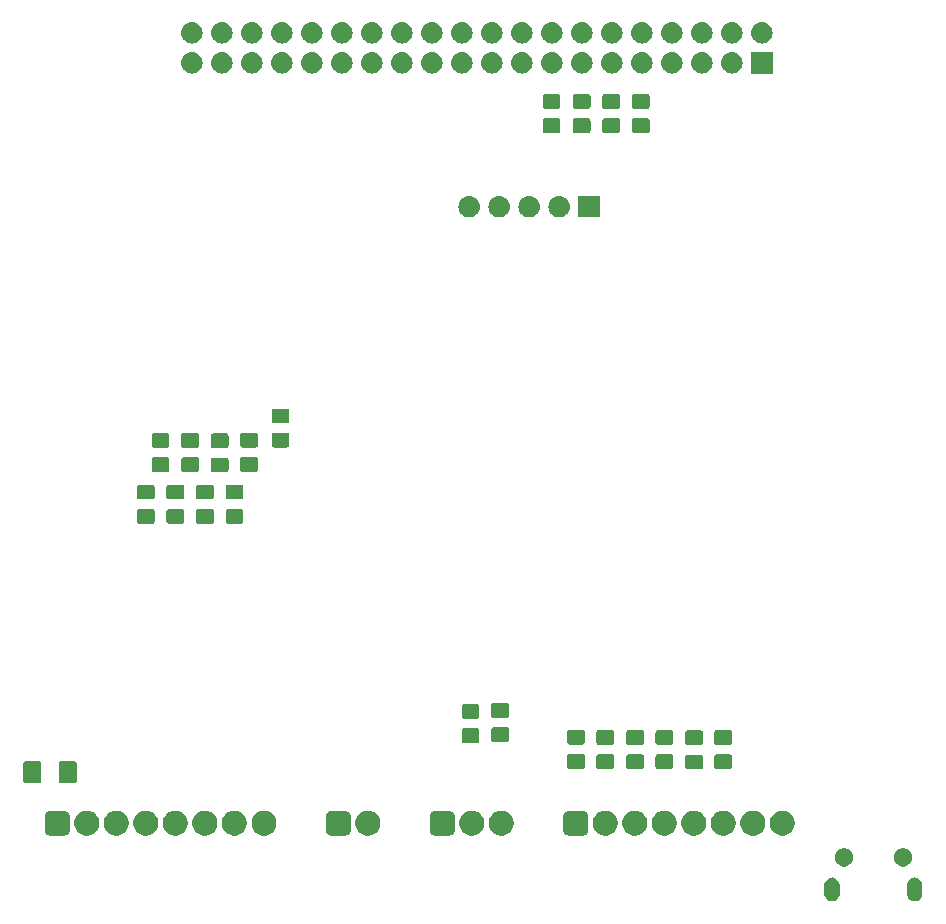
<source format=gbr>
%TF.GenerationSoftware,KiCad,Pcbnew,(5.1.2-1)-1*%
%TF.CreationDate,2019-08-17T10:29:18+10:00*%
%TF.ProjectId,GreengrassEntryHardware,47726565-6e67-4726-9173-73456e747279,v1.0*%
%TF.SameCoordinates,Original*%
%TF.FileFunction,Soldermask,Bot*%
%TF.FilePolarity,Negative*%
%FSLAX46Y46*%
G04 Gerber Fmt 4.6, Leading zero omitted, Abs format (unit mm)*
G04 Created by KiCad (PCBNEW (5.1.2-1)-1) date 2019-08-17 10:29:18*
%MOMM*%
%LPD*%
G04 APERTURE LIST*
%ADD10C,0.150000*%
G04 APERTURE END LIST*
D10*
G36*
X178927618Y-129108420D02*
G01*
X179018404Y-129135960D01*
X179050336Y-129145646D01*
X179163425Y-129206094D01*
X179262554Y-129287446D01*
X179343906Y-129386575D01*
X179404354Y-129499664D01*
X179414040Y-129531596D01*
X179441580Y-129622382D01*
X179451000Y-129718027D01*
X179451000Y-130481973D01*
X179441580Y-130577618D01*
X179414040Y-130668404D01*
X179404354Y-130700336D01*
X179343906Y-130813425D01*
X179262554Y-130912553D01*
X179163424Y-130993906D01*
X179050335Y-131054354D01*
X179018403Y-131064040D01*
X178927617Y-131091580D01*
X178800000Y-131104149D01*
X178672382Y-131091580D01*
X178581596Y-131064040D01*
X178549664Y-131054354D01*
X178436575Y-130993906D01*
X178337447Y-130912554D01*
X178256094Y-130813424D01*
X178195646Y-130700335D01*
X178185960Y-130668403D01*
X178158420Y-130577617D01*
X178149000Y-130481972D01*
X178149000Y-129718027D01*
X178158420Y-129622382D01*
X178195645Y-129499668D01*
X178220608Y-129452966D01*
X178256095Y-129386575D01*
X178337447Y-129287446D01*
X178436576Y-129206094D01*
X178549665Y-129145646D01*
X178581597Y-129135960D01*
X178672383Y-129108420D01*
X178800000Y-129095851D01*
X178927618Y-129108420D01*
X178927618Y-129108420D01*
G37*
G36*
X185927617Y-129108420D02*
G01*
X186018403Y-129135960D01*
X186050335Y-129145646D01*
X186163424Y-129206094D01*
X186262554Y-129287447D01*
X186343906Y-129386575D01*
X186404354Y-129499664D01*
X186414040Y-129531596D01*
X186441580Y-129622382D01*
X186451000Y-129718027D01*
X186451000Y-130481973D01*
X186441580Y-130577618D01*
X186414040Y-130668404D01*
X186404354Y-130700336D01*
X186343906Y-130813425D01*
X186262554Y-130912554D01*
X186163425Y-130993906D01*
X186050336Y-131054354D01*
X186018404Y-131064040D01*
X185927618Y-131091580D01*
X185800000Y-131104149D01*
X185672383Y-131091580D01*
X185581597Y-131064040D01*
X185549665Y-131054354D01*
X185436576Y-130993906D01*
X185337447Y-130912554D01*
X185256095Y-130813425D01*
X185195648Y-130700337D01*
X185195645Y-130700332D01*
X185158420Y-130577618D01*
X185149000Y-130481973D01*
X185149000Y-129718028D01*
X185158420Y-129622383D01*
X185195645Y-129499669D01*
X185195646Y-129499665D01*
X185256094Y-129386576D01*
X185337447Y-129287446D01*
X185436575Y-129206094D01*
X185549664Y-129145646D01*
X185581596Y-129135960D01*
X185672382Y-129108420D01*
X185800000Y-129095851D01*
X185927617Y-129108420D01*
X185927617Y-129108420D01*
G37*
G36*
X185026348Y-126653820D02*
G01*
X185026350Y-126653821D01*
X185026351Y-126653821D01*
X185167574Y-126712317D01*
X185167577Y-126712319D01*
X185294669Y-126797239D01*
X185402761Y-126905331D01*
X185487681Y-127032423D01*
X185487683Y-127032426D01*
X185546179Y-127173649D01*
X185576000Y-127323571D01*
X185576000Y-127476429D01*
X185546179Y-127626351D01*
X185487683Y-127767574D01*
X185487681Y-127767577D01*
X185402761Y-127894669D01*
X185294669Y-128002761D01*
X185167577Y-128087681D01*
X185167574Y-128087683D01*
X185026351Y-128146179D01*
X185026350Y-128146179D01*
X185026348Y-128146180D01*
X184876431Y-128176000D01*
X184723569Y-128176000D01*
X184573652Y-128146180D01*
X184573650Y-128146179D01*
X184573649Y-128146179D01*
X184432426Y-128087683D01*
X184432423Y-128087681D01*
X184305331Y-128002761D01*
X184197239Y-127894669D01*
X184112319Y-127767577D01*
X184112317Y-127767574D01*
X184053821Y-127626351D01*
X184024000Y-127476429D01*
X184024000Y-127323571D01*
X184053821Y-127173649D01*
X184112317Y-127032426D01*
X184112319Y-127032423D01*
X184197239Y-126905331D01*
X184305331Y-126797239D01*
X184432423Y-126712319D01*
X184432426Y-126712317D01*
X184573649Y-126653821D01*
X184573650Y-126653821D01*
X184573652Y-126653820D01*
X184723569Y-126624000D01*
X184876431Y-126624000D01*
X185026348Y-126653820D01*
X185026348Y-126653820D01*
G37*
G36*
X180026348Y-126653820D02*
G01*
X180026350Y-126653821D01*
X180026351Y-126653821D01*
X180167574Y-126712317D01*
X180167577Y-126712319D01*
X180294669Y-126797239D01*
X180402761Y-126905331D01*
X180487681Y-127032423D01*
X180487683Y-127032426D01*
X180546179Y-127173649D01*
X180576000Y-127323571D01*
X180576000Y-127476429D01*
X180546179Y-127626351D01*
X180487683Y-127767574D01*
X180487681Y-127767577D01*
X180402761Y-127894669D01*
X180294669Y-128002761D01*
X180167577Y-128087681D01*
X180167574Y-128087683D01*
X180026351Y-128146179D01*
X180026350Y-128146179D01*
X180026348Y-128146180D01*
X179876431Y-128176000D01*
X179723569Y-128176000D01*
X179573652Y-128146180D01*
X179573650Y-128146179D01*
X179573649Y-128146179D01*
X179432426Y-128087683D01*
X179432423Y-128087681D01*
X179305331Y-128002761D01*
X179197239Y-127894669D01*
X179112319Y-127767577D01*
X179112317Y-127767574D01*
X179053821Y-127626351D01*
X179024000Y-127476429D01*
X179024000Y-127323571D01*
X179053821Y-127173649D01*
X179112317Y-127032426D01*
X179112319Y-127032423D01*
X179197239Y-126905331D01*
X179305331Y-126797239D01*
X179432423Y-126712319D01*
X179432426Y-126712317D01*
X179573649Y-126653821D01*
X179573650Y-126653821D01*
X179573652Y-126653820D01*
X179723569Y-126624000D01*
X179876431Y-126624000D01*
X180026348Y-126653820D01*
X180026348Y-126653820D01*
G37*
G36*
X164906564Y-123489389D02*
G01*
X165097833Y-123568615D01*
X165097835Y-123568616D01*
X165122412Y-123585038D01*
X165269973Y-123683635D01*
X165416365Y-123830027D01*
X165531385Y-124002167D01*
X165610611Y-124193436D01*
X165651000Y-124396484D01*
X165651000Y-124603516D01*
X165610611Y-124806564D01*
X165531385Y-124997833D01*
X165531384Y-124997835D01*
X165416365Y-125169973D01*
X165269973Y-125316365D01*
X165097835Y-125431384D01*
X165097834Y-125431385D01*
X165097833Y-125431385D01*
X164906564Y-125510611D01*
X164703516Y-125551000D01*
X164496484Y-125551000D01*
X164293436Y-125510611D01*
X164102167Y-125431385D01*
X164102166Y-125431385D01*
X164102165Y-125431384D01*
X163930027Y-125316365D01*
X163783635Y-125169973D01*
X163668616Y-124997835D01*
X163668615Y-124997833D01*
X163589389Y-124806564D01*
X163549000Y-124603516D01*
X163549000Y-124396484D01*
X163589389Y-124193436D01*
X163668615Y-124002167D01*
X163783635Y-123830027D01*
X163930027Y-123683635D01*
X164077588Y-123585038D01*
X164102165Y-123568616D01*
X164102167Y-123568615D01*
X164293436Y-123489389D01*
X164496484Y-123449000D01*
X164703516Y-123449000D01*
X164906564Y-123489389D01*
X164906564Y-123489389D01*
G37*
G36*
X162406564Y-123489389D02*
G01*
X162597833Y-123568615D01*
X162597835Y-123568616D01*
X162622412Y-123585038D01*
X162769973Y-123683635D01*
X162916365Y-123830027D01*
X163031385Y-124002167D01*
X163110611Y-124193436D01*
X163151000Y-124396484D01*
X163151000Y-124603516D01*
X163110611Y-124806564D01*
X163031385Y-124997833D01*
X163031384Y-124997835D01*
X162916365Y-125169973D01*
X162769973Y-125316365D01*
X162597835Y-125431384D01*
X162597834Y-125431385D01*
X162597833Y-125431385D01*
X162406564Y-125510611D01*
X162203516Y-125551000D01*
X161996484Y-125551000D01*
X161793436Y-125510611D01*
X161602167Y-125431385D01*
X161602166Y-125431385D01*
X161602165Y-125431384D01*
X161430027Y-125316365D01*
X161283635Y-125169973D01*
X161168616Y-124997835D01*
X161168615Y-124997833D01*
X161089389Y-124806564D01*
X161049000Y-124603516D01*
X161049000Y-124396484D01*
X161089389Y-124193436D01*
X161168615Y-124002167D01*
X161283635Y-123830027D01*
X161430027Y-123683635D01*
X161577588Y-123585038D01*
X161602165Y-123568616D01*
X161602167Y-123568615D01*
X161793436Y-123489389D01*
X161996484Y-123449000D01*
X162203516Y-123449000D01*
X162406564Y-123489389D01*
X162406564Y-123489389D01*
G37*
G36*
X159906564Y-123489389D02*
G01*
X160097833Y-123568615D01*
X160097835Y-123568616D01*
X160122412Y-123585038D01*
X160269973Y-123683635D01*
X160416365Y-123830027D01*
X160531385Y-124002167D01*
X160610611Y-124193436D01*
X160651000Y-124396484D01*
X160651000Y-124603516D01*
X160610611Y-124806564D01*
X160531385Y-124997833D01*
X160531384Y-124997835D01*
X160416365Y-125169973D01*
X160269973Y-125316365D01*
X160097835Y-125431384D01*
X160097834Y-125431385D01*
X160097833Y-125431385D01*
X159906564Y-125510611D01*
X159703516Y-125551000D01*
X159496484Y-125551000D01*
X159293436Y-125510611D01*
X159102167Y-125431385D01*
X159102166Y-125431385D01*
X159102165Y-125431384D01*
X158930027Y-125316365D01*
X158783635Y-125169973D01*
X158668616Y-124997835D01*
X158668615Y-124997833D01*
X158589389Y-124806564D01*
X158549000Y-124603516D01*
X158549000Y-124396484D01*
X158589389Y-124193436D01*
X158668615Y-124002167D01*
X158783635Y-123830027D01*
X158930027Y-123683635D01*
X159077588Y-123585038D01*
X159102165Y-123568616D01*
X159102167Y-123568615D01*
X159293436Y-123489389D01*
X159496484Y-123449000D01*
X159703516Y-123449000D01*
X159906564Y-123489389D01*
X159906564Y-123489389D01*
G37*
G36*
X157778210Y-123458489D02*
G01*
X157864950Y-123484802D01*
X157944889Y-123527530D01*
X158014962Y-123585038D01*
X158072470Y-123655111D01*
X158115198Y-123735050D01*
X158141511Y-123821790D01*
X158151000Y-123918140D01*
X158151000Y-125081860D01*
X158141511Y-125178210D01*
X158115198Y-125264950D01*
X158072470Y-125344889D01*
X158014962Y-125414962D01*
X157944889Y-125472470D01*
X157864950Y-125515198D01*
X157778210Y-125541511D01*
X157681860Y-125551000D01*
X156518140Y-125551000D01*
X156421790Y-125541511D01*
X156335050Y-125515198D01*
X156255111Y-125472470D01*
X156185038Y-125414962D01*
X156127530Y-125344889D01*
X156084802Y-125264950D01*
X156058489Y-125178210D01*
X156049000Y-125081860D01*
X156049000Y-123918140D01*
X156058489Y-123821790D01*
X156084802Y-123735050D01*
X156127530Y-123655111D01*
X156185038Y-123585038D01*
X156255111Y-123527530D01*
X156335050Y-123484802D01*
X156421790Y-123458489D01*
X156518140Y-123449000D01*
X157681860Y-123449000D01*
X157778210Y-123458489D01*
X157778210Y-123458489D01*
G37*
G36*
X151106564Y-123489389D02*
G01*
X151297833Y-123568615D01*
X151297835Y-123568616D01*
X151322412Y-123585038D01*
X151469973Y-123683635D01*
X151616365Y-123830027D01*
X151731385Y-124002167D01*
X151810611Y-124193436D01*
X151851000Y-124396484D01*
X151851000Y-124603516D01*
X151810611Y-124806564D01*
X151731385Y-124997833D01*
X151731384Y-124997835D01*
X151616365Y-125169973D01*
X151469973Y-125316365D01*
X151297835Y-125431384D01*
X151297834Y-125431385D01*
X151297833Y-125431385D01*
X151106564Y-125510611D01*
X150903516Y-125551000D01*
X150696484Y-125551000D01*
X150493436Y-125510611D01*
X150302167Y-125431385D01*
X150302166Y-125431385D01*
X150302165Y-125431384D01*
X150130027Y-125316365D01*
X149983635Y-125169973D01*
X149868616Y-124997835D01*
X149868615Y-124997833D01*
X149789389Y-124806564D01*
X149749000Y-124603516D01*
X149749000Y-124396484D01*
X149789389Y-124193436D01*
X149868615Y-124002167D01*
X149983635Y-123830027D01*
X150130027Y-123683635D01*
X150277588Y-123585038D01*
X150302165Y-123568616D01*
X150302167Y-123568615D01*
X150493436Y-123489389D01*
X150696484Y-123449000D01*
X150903516Y-123449000D01*
X151106564Y-123489389D01*
X151106564Y-123489389D01*
G37*
G36*
X148606564Y-123489389D02*
G01*
X148797833Y-123568615D01*
X148797835Y-123568616D01*
X148822412Y-123585038D01*
X148969973Y-123683635D01*
X149116365Y-123830027D01*
X149231385Y-124002167D01*
X149310611Y-124193436D01*
X149351000Y-124396484D01*
X149351000Y-124603516D01*
X149310611Y-124806564D01*
X149231385Y-124997833D01*
X149231384Y-124997835D01*
X149116365Y-125169973D01*
X148969973Y-125316365D01*
X148797835Y-125431384D01*
X148797834Y-125431385D01*
X148797833Y-125431385D01*
X148606564Y-125510611D01*
X148403516Y-125551000D01*
X148196484Y-125551000D01*
X147993436Y-125510611D01*
X147802167Y-125431385D01*
X147802166Y-125431385D01*
X147802165Y-125431384D01*
X147630027Y-125316365D01*
X147483635Y-125169973D01*
X147368616Y-124997835D01*
X147368615Y-124997833D01*
X147289389Y-124806564D01*
X147249000Y-124603516D01*
X147249000Y-124396484D01*
X147289389Y-124193436D01*
X147368615Y-124002167D01*
X147483635Y-123830027D01*
X147630027Y-123683635D01*
X147777588Y-123585038D01*
X147802165Y-123568616D01*
X147802167Y-123568615D01*
X147993436Y-123489389D01*
X148196484Y-123449000D01*
X148403516Y-123449000D01*
X148606564Y-123489389D01*
X148606564Y-123489389D01*
G37*
G36*
X146478210Y-123458489D02*
G01*
X146564950Y-123484802D01*
X146644889Y-123527530D01*
X146714962Y-123585038D01*
X146772470Y-123655111D01*
X146815198Y-123735050D01*
X146841511Y-123821790D01*
X146851000Y-123918140D01*
X146851000Y-125081860D01*
X146841511Y-125178210D01*
X146815198Y-125264950D01*
X146772470Y-125344889D01*
X146714962Y-125414962D01*
X146644889Y-125472470D01*
X146564950Y-125515198D01*
X146478210Y-125541511D01*
X146381860Y-125551000D01*
X145218140Y-125551000D01*
X145121790Y-125541511D01*
X145035050Y-125515198D01*
X144955111Y-125472470D01*
X144885038Y-125414962D01*
X144827530Y-125344889D01*
X144784802Y-125264950D01*
X144758489Y-125178210D01*
X144749000Y-125081860D01*
X144749000Y-123918140D01*
X144758489Y-123821790D01*
X144784802Y-123735050D01*
X144827530Y-123655111D01*
X144885038Y-123585038D01*
X144955111Y-123527530D01*
X145035050Y-123484802D01*
X145121790Y-123458489D01*
X145218140Y-123449000D01*
X146381860Y-123449000D01*
X146478210Y-123458489D01*
X146478210Y-123458489D01*
G37*
G36*
X139806564Y-123489389D02*
G01*
X139997833Y-123568615D01*
X139997835Y-123568616D01*
X140022412Y-123585038D01*
X140169973Y-123683635D01*
X140316365Y-123830027D01*
X140431385Y-124002167D01*
X140510611Y-124193436D01*
X140551000Y-124396484D01*
X140551000Y-124603516D01*
X140510611Y-124806564D01*
X140431385Y-124997833D01*
X140431384Y-124997835D01*
X140316365Y-125169973D01*
X140169973Y-125316365D01*
X139997835Y-125431384D01*
X139997834Y-125431385D01*
X139997833Y-125431385D01*
X139806564Y-125510611D01*
X139603516Y-125551000D01*
X139396484Y-125551000D01*
X139193436Y-125510611D01*
X139002167Y-125431385D01*
X139002166Y-125431385D01*
X139002165Y-125431384D01*
X138830027Y-125316365D01*
X138683635Y-125169973D01*
X138568616Y-124997835D01*
X138568615Y-124997833D01*
X138489389Y-124806564D01*
X138449000Y-124603516D01*
X138449000Y-124396484D01*
X138489389Y-124193436D01*
X138568615Y-124002167D01*
X138683635Y-123830027D01*
X138830027Y-123683635D01*
X138977588Y-123585038D01*
X139002165Y-123568616D01*
X139002167Y-123568615D01*
X139193436Y-123489389D01*
X139396484Y-123449000D01*
X139603516Y-123449000D01*
X139806564Y-123489389D01*
X139806564Y-123489389D01*
G37*
G36*
X137678210Y-123458489D02*
G01*
X137764950Y-123484802D01*
X137844889Y-123527530D01*
X137914962Y-123585038D01*
X137972470Y-123655111D01*
X138015198Y-123735050D01*
X138041511Y-123821790D01*
X138051000Y-123918140D01*
X138051000Y-125081860D01*
X138041511Y-125178210D01*
X138015198Y-125264950D01*
X137972470Y-125344889D01*
X137914962Y-125414962D01*
X137844889Y-125472470D01*
X137764950Y-125515198D01*
X137678210Y-125541511D01*
X137581860Y-125551000D01*
X136418140Y-125551000D01*
X136321790Y-125541511D01*
X136235050Y-125515198D01*
X136155111Y-125472470D01*
X136085038Y-125414962D01*
X136027530Y-125344889D01*
X135984802Y-125264950D01*
X135958489Y-125178210D01*
X135949000Y-125081860D01*
X135949000Y-123918140D01*
X135958489Y-123821790D01*
X135984802Y-123735050D01*
X136027530Y-123655111D01*
X136085038Y-123585038D01*
X136155111Y-123527530D01*
X136235050Y-123484802D01*
X136321790Y-123458489D01*
X136418140Y-123449000D01*
X137581860Y-123449000D01*
X137678210Y-123458489D01*
X137678210Y-123458489D01*
G37*
G36*
X131006564Y-123489389D02*
G01*
X131197833Y-123568615D01*
X131197835Y-123568616D01*
X131222412Y-123585038D01*
X131369973Y-123683635D01*
X131516365Y-123830027D01*
X131631385Y-124002167D01*
X131710611Y-124193436D01*
X131751000Y-124396484D01*
X131751000Y-124603516D01*
X131710611Y-124806564D01*
X131631385Y-124997833D01*
X131631384Y-124997835D01*
X131516365Y-125169973D01*
X131369973Y-125316365D01*
X131197835Y-125431384D01*
X131197834Y-125431385D01*
X131197833Y-125431385D01*
X131006564Y-125510611D01*
X130803516Y-125551000D01*
X130596484Y-125551000D01*
X130393436Y-125510611D01*
X130202167Y-125431385D01*
X130202166Y-125431385D01*
X130202165Y-125431384D01*
X130030027Y-125316365D01*
X129883635Y-125169973D01*
X129768616Y-124997835D01*
X129768615Y-124997833D01*
X129689389Y-124806564D01*
X129649000Y-124603516D01*
X129649000Y-124396484D01*
X129689389Y-124193436D01*
X129768615Y-124002167D01*
X129883635Y-123830027D01*
X130030027Y-123683635D01*
X130177588Y-123585038D01*
X130202165Y-123568616D01*
X130202167Y-123568615D01*
X130393436Y-123489389D01*
X130596484Y-123449000D01*
X130803516Y-123449000D01*
X131006564Y-123489389D01*
X131006564Y-123489389D01*
G37*
G36*
X128506564Y-123489389D02*
G01*
X128697833Y-123568615D01*
X128697835Y-123568616D01*
X128722412Y-123585038D01*
X128869973Y-123683635D01*
X129016365Y-123830027D01*
X129131385Y-124002167D01*
X129210611Y-124193436D01*
X129251000Y-124396484D01*
X129251000Y-124603516D01*
X129210611Y-124806564D01*
X129131385Y-124997833D01*
X129131384Y-124997835D01*
X129016365Y-125169973D01*
X128869973Y-125316365D01*
X128697835Y-125431384D01*
X128697834Y-125431385D01*
X128697833Y-125431385D01*
X128506564Y-125510611D01*
X128303516Y-125551000D01*
X128096484Y-125551000D01*
X127893436Y-125510611D01*
X127702167Y-125431385D01*
X127702166Y-125431385D01*
X127702165Y-125431384D01*
X127530027Y-125316365D01*
X127383635Y-125169973D01*
X127268616Y-124997835D01*
X127268615Y-124997833D01*
X127189389Y-124806564D01*
X127149000Y-124603516D01*
X127149000Y-124396484D01*
X127189389Y-124193436D01*
X127268615Y-124002167D01*
X127383635Y-123830027D01*
X127530027Y-123683635D01*
X127677588Y-123585038D01*
X127702165Y-123568616D01*
X127702167Y-123568615D01*
X127893436Y-123489389D01*
X128096484Y-123449000D01*
X128303516Y-123449000D01*
X128506564Y-123489389D01*
X128506564Y-123489389D01*
G37*
G36*
X126006564Y-123489389D02*
G01*
X126197833Y-123568615D01*
X126197835Y-123568616D01*
X126222412Y-123585038D01*
X126369973Y-123683635D01*
X126516365Y-123830027D01*
X126631385Y-124002167D01*
X126710611Y-124193436D01*
X126751000Y-124396484D01*
X126751000Y-124603516D01*
X126710611Y-124806564D01*
X126631385Y-124997833D01*
X126631384Y-124997835D01*
X126516365Y-125169973D01*
X126369973Y-125316365D01*
X126197835Y-125431384D01*
X126197834Y-125431385D01*
X126197833Y-125431385D01*
X126006564Y-125510611D01*
X125803516Y-125551000D01*
X125596484Y-125551000D01*
X125393436Y-125510611D01*
X125202167Y-125431385D01*
X125202166Y-125431385D01*
X125202165Y-125431384D01*
X125030027Y-125316365D01*
X124883635Y-125169973D01*
X124768616Y-124997835D01*
X124768615Y-124997833D01*
X124689389Y-124806564D01*
X124649000Y-124603516D01*
X124649000Y-124396484D01*
X124689389Y-124193436D01*
X124768615Y-124002167D01*
X124883635Y-123830027D01*
X125030027Y-123683635D01*
X125177588Y-123585038D01*
X125202165Y-123568616D01*
X125202167Y-123568615D01*
X125393436Y-123489389D01*
X125596484Y-123449000D01*
X125803516Y-123449000D01*
X126006564Y-123489389D01*
X126006564Y-123489389D01*
G37*
G36*
X123506564Y-123489389D02*
G01*
X123697833Y-123568615D01*
X123697835Y-123568616D01*
X123722412Y-123585038D01*
X123869973Y-123683635D01*
X124016365Y-123830027D01*
X124131385Y-124002167D01*
X124210611Y-124193436D01*
X124251000Y-124396484D01*
X124251000Y-124603516D01*
X124210611Y-124806564D01*
X124131385Y-124997833D01*
X124131384Y-124997835D01*
X124016365Y-125169973D01*
X123869973Y-125316365D01*
X123697835Y-125431384D01*
X123697834Y-125431385D01*
X123697833Y-125431385D01*
X123506564Y-125510611D01*
X123303516Y-125551000D01*
X123096484Y-125551000D01*
X122893436Y-125510611D01*
X122702167Y-125431385D01*
X122702166Y-125431385D01*
X122702165Y-125431384D01*
X122530027Y-125316365D01*
X122383635Y-125169973D01*
X122268616Y-124997835D01*
X122268615Y-124997833D01*
X122189389Y-124806564D01*
X122149000Y-124603516D01*
X122149000Y-124396484D01*
X122189389Y-124193436D01*
X122268615Y-124002167D01*
X122383635Y-123830027D01*
X122530027Y-123683635D01*
X122677588Y-123585038D01*
X122702165Y-123568616D01*
X122702167Y-123568615D01*
X122893436Y-123489389D01*
X123096484Y-123449000D01*
X123303516Y-123449000D01*
X123506564Y-123489389D01*
X123506564Y-123489389D01*
G37*
G36*
X121006564Y-123489389D02*
G01*
X121197833Y-123568615D01*
X121197835Y-123568616D01*
X121222412Y-123585038D01*
X121369973Y-123683635D01*
X121516365Y-123830027D01*
X121631385Y-124002167D01*
X121710611Y-124193436D01*
X121751000Y-124396484D01*
X121751000Y-124603516D01*
X121710611Y-124806564D01*
X121631385Y-124997833D01*
X121631384Y-124997835D01*
X121516365Y-125169973D01*
X121369973Y-125316365D01*
X121197835Y-125431384D01*
X121197834Y-125431385D01*
X121197833Y-125431385D01*
X121006564Y-125510611D01*
X120803516Y-125551000D01*
X120596484Y-125551000D01*
X120393436Y-125510611D01*
X120202167Y-125431385D01*
X120202166Y-125431385D01*
X120202165Y-125431384D01*
X120030027Y-125316365D01*
X119883635Y-125169973D01*
X119768616Y-124997835D01*
X119768615Y-124997833D01*
X119689389Y-124806564D01*
X119649000Y-124603516D01*
X119649000Y-124396484D01*
X119689389Y-124193436D01*
X119768615Y-124002167D01*
X119883635Y-123830027D01*
X120030027Y-123683635D01*
X120177588Y-123585038D01*
X120202165Y-123568616D01*
X120202167Y-123568615D01*
X120393436Y-123489389D01*
X120596484Y-123449000D01*
X120803516Y-123449000D01*
X121006564Y-123489389D01*
X121006564Y-123489389D01*
G37*
G36*
X118506564Y-123489389D02*
G01*
X118697833Y-123568615D01*
X118697835Y-123568616D01*
X118722412Y-123585038D01*
X118869973Y-123683635D01*
X119016365Y-123830027D01*
X119131385Y-124002167D01*
X119210611Y-124193436D01*
X119251000Y-124396484D01*
X119251000Y-124603516D01*
X119210611Y-124806564D01*
X119131385Y-124997833D01*
X119131384Y-124997835D01*
X119016365Y-125169973D01*
X118869973Y-125316365D01*
X118697835Y-125431384D01*
X118697834Y-125431385D01*
X118697833Y-125431385D01*
X118506564Y-125510611D01*
X118303516Y-125551000D01*
X118096484Y-125551000D01*
X117893436Y-125510611D01*
X117702167Y-125431385D01*
X117702166Y-125431385D01*
X117702165Y-125431384D01*
X117530027Y-125316365D01*
X117383635Y-125169973D01*
X117268616Y-124997835D01*
X117268615Y-124997833D01*
X117189389Y-124806564D01*
X117149000Y-124603516D01*
X117149000Y-124396484D01*
X117189389Y-124193436D01*
X117268615Y-124002167D01*
X117383635Y-123830027D01*
X117530027Y-123683635D01*
X117677588Y-123585038D01*
X117702165Y-123568616D01*
X117702167Y-123568615D01*
X117893436Y-123489389D01*
X118096484Y-123449000D01*
X118303516Y-123449000D01*
X118506564Y-123489389D01*
X118506564Y-123489389D01*
G37*
G36*
X116006564Y-123489389D02*
G01*
X116197833Y-123568615D01*
X116197835Y-123568616D01*
X116222412Y-123585038D01*
X116369973Y-123683635D01*
X116516365Y-123830027D01*
X116631385Y-124002167D01*
X116710611Y-124193436D01*
X116751000Y-124396484D01*
X116751000Y-124603516D01*
X116710611Y-124806564D01*
X116631385Y-124997833D01*
X116631384Y-124997835D01*
X116516365Y-125169973D01*
X116369973Y-125316365D01*
X116197835Y-125431384D01*
X116197834Y-125431385D01*
X116197833Y-125431385D01*
X116006564Y-125510611D01*
X115803516Y-125551000D01*
X115596484Y-125551000D01*
X115393436Y-125510611D01*
X115202167Y-125431385D01*
X115202166Y-125431385D01*
X115202165Y-125431384D01*
X115030027Y-125316365D01*
X114883635Y-125169973D01*
X114768616Y-124997835D01*
X114768615Y-124997833D01*
X114689389Y-124806564D01*
X114649000Y-124603516D01*
X114649000Y-124396484D01*
X114689389Y-124193436D01*
X114768615Y-124002167D01*
X114883635Y-123830027D01*
X115030027Y-123683635D01*
X115177588Y-123585038D01*
X115202165Y-123568616D01*
X115202167Y-123568615D01*
X115393436Y-123489389D01*
X115596484Y-123449000D01*
X115803516Y-123449000D01*
X116006564Y-123489389D01*
X116006564Y-123489389D01*
G37*
G36*
X113878210Y-123458489D02*
G01*
X113964950Y-123484802D01*
X114044889Y-123527530D01*
X114114962Y-123585038D01*
X114172470Y-123655111D01*
X114215198Y-123735050D01*
X114241511Y-123821790D01*
X114251000Y-123918140D01*
X114251000Y-125081860D01*
X114241511Y-125178210D01*
X114215198Y-125264950D01*
X114172470Y-125344889D01*
X114114962Y-125414962D01*
X114044889Y-125472470D01*
X113964950Y-125515198D01*
X113878210Y-125541511D01*
X113781860Y-125551000D01*
X112618140Y-125551000D01*
X112521790Y-125541511D01*
X112435050Y-125515198D01*
X112355111Y-125472470D01*
X112285038Y-125414962D01*
X112227530Y-125344889D01*
X112184802Y-125264950D01*
X112158489Y-125178210D01*
X112149000Y-125081860D01*
X112149000Y-123918140D01*
X112158489Y-123821790D01*
X112184802Y-123735050D01*
X112227530Y-123655111D01*
X112285038Y-123585038D01*
X112355111Y-123527530D01*
X112435050Y-123484802D01*
X112521790Y-123458489D01*
X112618140Y-123449000D01*
X113781860Y-123449000D01*
X113878210Y-123458489D01*
X113878210Y-123458489D01*
G37*
G36*
X174906564Y-123489389D02*
G01*
X175097833Y-123568615D01*
X175097835Y-123568616D01*
X175122412Y-123585038D01*
X175269973Y-123683635D01*
X175416365Y-123830027D01*
X175531385Y-124002167D01*
X175610611Y-124193436D01*
X175651000Y-124396484D01*
X175651000Y-124603516D01*
X175610611Y-124806564D01*
X175531385Y-124997833D01*
X175531384Y-124997835D01*
X175416365Y-125169973D01*
X175269973Y-125316365D01*
X175097835Y-125431384D01*
X175097834Y-125431385D01*
X175097833Y-125431385D01*
X174906564Y-125510611D01*
X174703516Y-125551000D01*
X174496484Y-125551000D01*
X174293436Y-125510611D01*
X174102167Y-125431385D01*
X174102166Y-125431385D01*
X174102165Y-125431384D01*
X173930027Y-125316365D01*
X173783635Y-125169973D01*
X173668616Y-124997835D01*
X173668615Y-124997833D01*
X173589389Y-124806564D01*
X173549000Y-124603516D01*
X173549000Y-124396484D01*
X173589389Y-124193436D01*
X173668615Y-124002167D01*
X173783635Y-123830027D01*
X173930027Y-123683635D01*
X174077588Y-123585038D01*
X174102165Y-123568616D01*
X174102167Y-123568615D01*
X174293436Y-123489389D01*
X174496484Y-123449000D01*
X174703516Y-123449000D01*
X174906564Y-123489389D01*
X174906564Y-123489389D01*
G37*
G36*
X172406564Y-123489389D02*
G01*
X172597833Y-123568615D01*
X172597835Y-123568616D01*
X172622412Y-123585038D01*
X172769973Y-123683635D01*
X172916365Y-123830027D01*
X173031385Y-124002167D01*
X173110611Y-124193436D01*
X173151000Y-124396484D01*
X173151000Y-124603516D01*
X173110611Y-124806564D01*
X173031385Y-124997833D01*
X173031384Y-124997835D01*
X172916365Y-125169973D01*
X172769973Y-125316365D01*
X172597835Y-125431384D01*
X172597834Y-125431385D01*
X172597833Y-125431385D01*
X172406564Y-125510611D01*
X172203516Y-125551000D01*
X171996484Y-125551000D01*
X171793436Y-125510611D01*
X171602167Y-125431385D01*
X171602166Y-125431385D01*
X171602165Y-125431384D01*
X171430027Y-125316365D01*
X171283635Y-125169973D01*
X171168616Y-124997835D01*
X171168615Y-124997833D01*
X171089389Y-124806564D01*
X171049000Y-124603516D01*
X171049000Y-124396484D01*
X171089389Y-124193436D01*
X171168615Y-124002167D01*
X171283635Y-123830027D01*
X171430027Y-123683635D01*
X171577588Y-123585038D01*
X171602165Y-123568616D01*
X171602167Y-123568615D01*
X171793436Y-123489389D01*
X171996484Y-123449000D01*
X172203516Y-123449000D01*
X172406564Y-123489389D01*
X172406564Y-123489389D01*
G37*
G36*
X169906564Y-123489389D02*
G01*
X170097833Y-123568615D01*
X170097835Y-123568616D01*
X170122412Y-123585038D01*
X170269973Y-123683635D01*
X170416365Y-123830027D01*
X170531385Y-124002167D01*
X170610611Y-124193436D01*
X170651000Y-124396484D01*
X170651000Y-124603516D01*
X170610611Y-124806564D01*
X170531385Y-124997833D01*
X170531384Y-124997835D01*
X170416365Y-125169973D01*
X170269973Y-125316365D01*
X170097835Y-125431384D01*
X170097834Y-125431385D01*
X170097833Y-125431385D01*
X169906564Y-125510611D01*
X169703516Y-125551000D01*
X169496484Y-125551000D01*
X169293436Y-125510611D01*
X169102167Y-125431385D01*
X169102166Y-125431385D01*
X169102165Y-125431384D01*
X168930027Y-125316365D01*
X168783635Y-125169973D01*
X168668616Y-124997835D01*
X168668615Y-124997833D01*
X168589389Y-124806564D01*
X168549000Y-124603516D01*
X168549000Y-124396484D01*
X168589389Y-124193436D01*
X168668615Y-124002167D01*
X168783635Y-123830027D01*
X168930027Y-123683635D01*
X169077588Y-123585038D01*
X169102165Y-123568616D01*
X169102167Y-123568615D01*
X169293436Y-123489389D01*
X169496484Y-123449000D01*
X169703516Y-123449000D01*
X169906564Y-123489389D01*
X169906564Y-123489389D01*
G37*
G36*
X167406564Y-123489389D02*
G01*
X167597833Y-123568615D01*
X167597835Y-123568616D01*
X167622412Y-123585038D01*
X167769973Y-123683635D01*
X167916365Y-123830027D01*
X168031385Y-124002167D01*
X168110611Y-124193436D01*
X168151000Y-124396484D01*
X168151000Y-124603516D01*
X168110611Y-124806564D01*
X168031385Y-124997833D01*
X168031384Y-124997835D01*
X167916365Y-125169973D01*
X167769973Y-125316365D01*
X167597835Y-125431384D01*
X167597834Y-125431385D01*
X167597833Y-125431385D01*
X167406564Y-125510611D01*
X167203516Y-125551000D01*
X166996484Y-125551000D01*
X166793436Y-125510611D01*
X166602167Y-125431385D01*
X166602166Y-125431385D01*
X166602165Y-125431384D01*
X166430027Y-125316365D01*
X166283635Y-125169973D01*
X166168616Y-124997835D01*
X166168615Y-124997833D01*
X166089389Y-124806564D01*
X166049000Y-124603516D01*
X166049000Y-124396484D01*
X166089389Y-124193436D01*
X166168615Y-124002167D01*
X166283635Y-123830027D01*
X166430027Y-123683635D01*
X166577588Y-123585038D01*
X166602165Y-123568616D01*
X166602167Y-123568615D01*
X166793436Y-123489389D01*
X166996484Y-123449000D01*
X167203516Y-123449000D01*
X167406564Y-123489389D01*
X167406564Y-123489389D01*
G37*
G36*
X114688062Y-119278181D02*
G01*
X114722981Y-119288774D01*
X114755163Y-119305976D01*
X114783373Y-119329127D01*
X114806524Y-119357337D01*
X114823726Y-119389519D01*
X114834319Y-119424438D01*
X114838500Y-119466895D01*
X114838500Y-120933105D01*
X114834319Y-120975562D01*
X114823726Y-121010481D01*
X114806524Y-121042663D01*
X114783373Y-121070873D01*
X114755163Y-121094024D01*
X114722981Y-121111226D01*
X114688062Y-121121819D01*
X114645605Y-121126000D01*
X113504395Y-121126000D01*
X113461938Y-121121819D01*
X113427019Y-121111226D01*
X113394837Y-121094024D01*
X113366627Y-121070873D01*
X113343476Y-121042663D01*
X113326274Y-121010481D01*
X113315681Y-120975562D01*
X113311500Y-120933105D01*
X113311500Y-119466895D01*
X113315681Y-119424438D01*
X113326274Y-119389519D01*
X113343476Y-119357337D01*
X113366627Y-119329127D01*
X113394837Y-119305976D01*
X113427019Y-119288774D01*
X113461938Y-119278181D01*
X113504395Y-119274000D01*
X114645605Y-119274000D01*
X114688062Y-119278181D01*
X114688062Y-119278181D01*
G37*
G36*
X111713062Y-119278181D02*
G01*
X111747981Y-119288774D01*
X111780163Y-119305976D01*
X111808373Y-119329127D01*
X111831524Y-119357337D01*
X111848726Y-119389519D01*
X111859319Y-119424438D01*
X111863500Y-119466895D01*
X111863500Y-120933105D01*
X111859319Y-120975562D01*
X111848726Y-121010481D01*
X111831524Y-121042663D01*
X111808373Y-121070873D01*
X111780163Y-121094024D01*
X111747981Y-121111226D01*
X111713062Y-121121819D01*
X111670605Y-121126000D01*
X110529395Y-121126000D01*
X110486938Y-121121819D01*
X110452019Y-121111226D01*
X110419837Y-121094024D01*
X110391627Y-121070873D01*
X110368476Y-121042663D01*
X110351274Y-121010481D01*
X110340681Y-120975562D01*
X110336500Y-120933105D01*
X110336500Y-119466895D01*
X110340681Y-119424438D01*
X110351274Y-119389519D01*
X110368476Y-119357337D01*
X110391627Y-119329127D01*
X110419837Y-119305976D01*
X110452019Y-119288774D01*
X110486938Y-119278181D01*
X110529395Y-119274000D01*
X111670605Y-119274000D01*
X111713062Y-119278181D01*
X111713062Y-119278181D01*
G37*
G36*
X167713674Y-118703465D02*
G01*
X167751367Y-118714899D01*
X167786103Y-118733466D01*
X167816548Y-118758452D01*
X167841534Y-118788897D01*
X167860101Y-118823633D01*
X167871535Y-118861326D01*
X167876000Y-118906661D01*
X167876000Y-119743339D01*
X167871535Y-119788674D01*
X167860101Y-119826367D01*
X167841534Y-119861103D01*
X167816548Y-119891548D01*
X167786103Y-119916534D01*
X167751367Y-119935101D01*
X167713674Y-119946535D01*
X167668339Y-119951000D01*
X166581661Y-119951000D01*
X166536326Y-119946535D01*
X166498633Y-119935101D01*
X166463897Y-119916534D01*
X166433452Y-119891548D01*
X166408466Y-119861103D01*
X166389899Y-119826367D01*
X166378465Y-119788674D01*
X166374000Y-119743339D01*
X166374000Y-118906661D01*
X166378465Y-118861326D01*
X166389899Y-118823633D01*
X166408466Y-118788897D01*
X166433452Y-118758452D01*
X166463897Y-118733466D01*
X166498633Y-118714899D01*
X166536326Y-118703465D01*
X166581661Y-118699000D01*
X167668339Y-118699000D01*
X167713674Y-118703465D01*
X167713674Y-118703465D01*
G37*
G36*
X170163674Y-118678465D02*
G01*
X170201367Y-118689899D01*
X170236103Y-118708466D01*
X170266548Y-118733452D01*
X170291534Y-118763897D01*
X170310101Y-118798633D01*
X170321535Y-118836326D01*
X170326000Y-118881661D01*
X170326000Y-119718339D01*
X170321535Y-119763674D01*
X170310101Y-119801367D01*
X170291534Y-119836103D01*
X170266548Y-119866548D01*
X170236103Y-119891534D01*
X170201367Y-119910101D01*
X170163674Y-119921535D01*
X170118339Y-119926000D01*
X169031661Y-119926000D01*
X168986326Y-119921535D01*
X168948633Y-119910101D01*
X168913897Y-119891534D01*
X168883452Y-119866548D01*
X168858466Y-119836103D01*
X168839899Y-119801367D01*
X168828465Y-119763674D01*
X168824000Y-119718339D01*
X168824000Y-118881661D01*
X168828465Y-118836326D01*
X168839899Y-118798633D01*
X168858466Y-118763897D01*
X168883452Y-118733452D01*
X168913897Y-118708466D01*
X168948633Y-118689899D01*
X168986326Y-118678465D01*
X169031661Y-118674000D01*
X170118339Y-118674000D01*
X170163674Y-118678465D01*
X170163674Y-118678465D01*
G37*
G36*
X160188674Y-118678465D02*
G01*
X160226367Y-118689899D01*
X160261103Y-118708466D01*
X160291548Y-118733452D01*
X160316534Y-118763897D01*
X160335101Y-118798633D01*
X160346535Y-118836326D01*
X160351000Y-118881661D01*
X160351000Y-119718339D01*
X160346535Y-119763674D01*
X160335101Y-119801367D01*
X160316534Y-119836103D01*
X160291548Y-119866548D01*
X160261103Y-119891534D01*
X160226367Y-119910101D01*
X160188674Y-119921535D01*
X160143339Y-119926000D01*
X159056661Y-119926000D01*
X159011326Y-119921535D01*
X158973633Y-119910101D01*
X158938897Y-119891534D01*
X158908452Y-119866548D01*
X158883466Y-119836103D01*
X158864899Y-119801367D01*
X158853465Y-119763674D01*
X158849000Y-119718339D01*
X158849000Y-118881661D01*
X158853465Y-118836326D01*
X158864899Y-118798633D01*
X158883466Y-118763897D01*
X158908452Y-118733452D01*
X158938897Y-118708466D01*
X158973633Y-118689899D01*
X159011326Y-118678465D01*
X159056661Y-118674000D01*
X160143339Y-118674000D01*
X160188674Y-118678465D01*
X160188674Y-118678465D01*
G37*
G36*
X165188674Y-118678465D02*
G01*
X165226367Y-118689899D01*
X165261103Y-118708466D01*
X165291548Y-118733452D01*
X165316534Y-118763897D01*
X165335101Y-118798633D01*
X165346535Y-118836326D01*
X165351000Y-118881661D01*
X165351000Y-119718339D01*
X165346535Y-119763674D01*
X165335101Y-119801367D01*
X165316534Y-119836103D01*
X165291548Y-119866548D01*
X165261103Y-119891534D01*
X165226367Y-119910101D01*
X165188674Y-119921535D01*
X165143339Y-119926000D01*
X164056661Y-119926000D01*
X164011326Y-119921535D01*
X163973633Y-119910101D01*
X163938897Y-119891534D01*
X163908452Y-119866548D01*
X163883466Y-119836103D01*
X163864899Y-119801367D01*
X163853465Y-119763674D01*
X163849000Y-119718339D01*
X163849000Y-118881661D01*
X163853465Y-118836326D01*
X163864899Y-118798633D01*
X163883466Y-118763897D01*
X163908452Y-118733452D01*
X163938897Y-118708466D01*
X163973633Y-118689899D01*
X164011326Y-118678465D01*
X164056661Y-118674000D01*
X165143339Y-118674000D01*
X165188674Y-118678465D01*
X165188674Y-118678465D01*
G37*
G36*
X162713674Y-118678465D02*
G01*
X162751367Y-118689899D01*
X162786103Y-118708466D01*
X162816548Y-118733452D01*
X162841534Y-118763897D01*
X162860101Y-118798633D01*
X162871535Y-118836326D01*
X162876000Y-118881661D01*
X162876000Y-119718339D01*
X162871535Y-119763674D01*
X162860101Y-119801367D01*
X162841534Y-119836103D01*
X162816548Y-119866548D01*
X162786103Y-119891534D01*
X162751367Y-119910101D01*
X162713674Y-119921535D01*
X162668339Y-119926000D01*
X161581661Y-119926000D01*
X161536326Y-119921535D01*
X161498633Y-119910101D01*
X161463897Y-119891534D01*
X161433452Y-119866548D01*
X161408466Y-119836103D01*
X161389899Y-119801367D01*
X161378465Y-119763674D01*
X161374000Y-119718339D01*
X161374000Y-118881661D01*
X161378465Y-118836326D01*
X161389899Y-118798633D01*
X161408466Y-118763897D01*
X161433452Y-118733452D01*
X161463897Y-118708466D01*
X161498633Y-118689899D01*
X161536326Y-118678465D01*
X161581661Y-118674000D01*
X162668339Y-118674000D01*
X162713674Y-118678465D01*
X162713674Y-118678465D01*
G37*
G36*
X157713674Y-118653465D02*
G01*
X157751367Y-118664899D01*
X157786103Y-118683466D01*
X157816548Y-118708452D01*
X157841534Y-118738897D01*
X157860101Y-118773633D01*
X157871535Y-118811326D01*
X157876000Y-118856661D01*
X157876000Y-119693339D01*
X157871535Y-119738674D01*
X157860101Y-119776367D01*
X157841534Y-119811103D01*
X157816548Y-119841548D01*
X157786103Y-119866534D01*
X157751367Y-119885101D01*
X157713674Y-119896535D01*
X157668339Y-119901000D01*
X156581661Y-119901000D01*
X156536326Y-119896535D01*
X156498633Y-119885101D01*
X156463897Y-119866534D01*
X156433452Y-119841548D01*
X156408466Y-119811103D01*
X156389899Y-119776367D01*
X156378465Y-119738674D01*
X156374000Y-119693339D01*
X156374000Y-118856661D01*
X156378465Y-118811326D01*
X156389899Y-118773633D01*
X156408466Y-118738897D01*
X156433452Y-118708452D01*
X156463897Y-118683466D01*
X156498633Y-118664899D01*
X156536326Y-118653465D01*
X156581661Y-118649000D01*
X157668339Y-118649000D01*
X157713674Y-118653465D01*
X157713674Y-118653465D01*
G37*
G36*
X167713674Y-116653465D02*
G01*
X167751367Y-116664899D01*
X167786103Y-116683466D01*
X167816548Y-116708452D01*
X167841534Y-116738897D01*
X167860101Y-116773633D01*
X167871535Y-116811326D01*
X167876000Y-116856661D01*
X167876000Y-117693339D01*
X167871535Y-117738674D01*
X167860101Y-117776367D01*
X167841534Y-117811103D01*
X167816548Y-117841548D01*
X167786103Y-117866534D01*
X167751367Y-117885101D01*
X167713674Y-117896535D01*
X167668339Y-117901000D01*
X166581661Y-117901000D01*
X166536326Y-117896535D01*
X166498633Y-117885101D01*
X166463897Y-117866534D01*
X166433452Y-117841548D01*
X166408466Y-117811103D01*
X166389899Y-117776367D01*
X166378465Y-117738674D01*
X166374000Y-117693339D01*
X166374000Y-116856661D01*
X166378465Y-116811326D01*
X166389899Y-116773633D01*
X166408466Y-116738897D01*
X166433452Y-116708452D01*
X166463897Y-116683466D01*
X166498633Y-116664899D01*
X166536326Y-116653465D01*
X166581661Y-116649000D01*
X167668339Y-116649000D01*
X167713674Y-116653465D01*
X167713674Y-116653465D01*
G37*
G36*
X160188674Y-116628465D02*
G01*
X160226367Y-116639899D01*
X160261103Y-116658466D01*
X160291548Y-116683452D01*
X160316534Y-116713897D01*
X160335101Y-116748633D01*
X160346535Y-116786326D01*
X160351000Y-116831661D01*
X160351000Y-117668339D01*
X160346535Y-117713674D01*
X160335101Y-117751367D01*
X160316534Y-117786103D01*
X160291548Y-117816548D01*
X160261103Y-117841534D01*
X160226367Y-117860101D01*
X160188674Y-117871535D01*
X160143339Y-117876000D01*
X159056661Y-117876000D01*
X159011326Y-117871535D01*
X158973633Y-117860101D01*
X158938897Y-117841534D01*
X158908452Y-117816548D01*
X158883466Y-117786103D01*
X158864899Y-117751367D01*
X158853465Y-117713674D01*
X158849000Y-117668339D01*
X158849000Y-116831661D01*
X158853465Y-116786326D01*
X158864899Y-116748633D01*
X158883466Y-116713897D01*
X158908452Y-116683452D01*
X158938897Y-116658466D01*
X158973633Y-116639899D01*
X159011326Y-116628465D01*
X159056661Y-116624000D01*
X160143339Y-116624000D01*
X160188674Y-116628465D01*
X160188674Y-116628465D01*
G37*
G36*
X165188674Y-116628465D02*
G01*
X165226367Y-116639899D01*
X165261103Y-116658466D01*
X165291548Y-116683452D01*
X165316534Y-116713897D01*
X165335101Y-116748633D01*
X165346535Y-116786326D01*
X165351000Y-116831661D01*
X165351000Y-117668339D01*
X165346535Y-117713674D01*
X165335101Y-117751367D01*
X165316534Y-117786103D01*
X165291548Y-117816548D01*
X165261103Y-117841534D01*
X165226367Y-117860101D01*
X165188674Y-117871535D01*
X165143339Y-117876000D01*
X164056661Y-117876000D01*
X164011326Y-117871535D01*
X163973633Y-117860101D01*
X163938897Y-117841534D01*
X163908452Y-117816548D01*
X163883466Y-117786103D01*
X163864899Y-117751367D01*
X163853465Y-117713674D01*
X163849000Y-117668339D01*
X163849000Y-116831661D01*
X163853465Y-116786326D01*
X163864899Y-116748633D01*
X163883466Y-116713897D01*
X163908452Y-116683452D01*
X163938897Y-116658466D01*
X163973633Y-116639899D01*
X164011326Y-116628465D01*
X164056661Y-116624000D01*
X165143339Y-116624000D01*
X165188674Y-116628465D01*
X165188674Y-116628465D01*
G37*
G36*
X170163674Y-116628465D02*
G01*
X170201367Y-116639899D01*
X170236103Y-116658466D01*
X170266548Y-116683452D01*
X170291534Y-116713897D01*
X170310101Y-116748633D01*
X170321535Y-116786326D01*
X170326000Y-116831661D01*
X170326000Y-117668339D01*
X170321535Y-117713674D01*
X170310101Y-117751367D01*
X170291534Y-117786103D01*
X170266548Y-117816548D01*
X170236103Y-117841534D01*
X170201367Y-117860101D01*
X170163674Y-117871535D01*
X170118339Y-117876000D01*
X169031661Y-117876000D01*
X168986326Y-117871535D01*
X168948633Y-117860101D01*
X168913897Y-117841534D01*
X168883452Y-117816548D01*
X168858466Y-117786103D01*
X168839899Y-117751367D01*
X168828465Y-117713674D01*
X168824000Y-117668339D01*
X168824000Y-116831661D01*
X168828465Y-116786326D01*
X168839899Y-116748633D01*
X168858466Y-116713897D01*
X168883452Y-116683452D01*
X168913897Y-116658466D01*
X168948633Y-116639899D01*
X168986326Y-116628465D01*
X169031661Y-116624000D01*
X170118339Y-116624000D01*
X170163674Y-116628465D01*
X170163674Y-116628465D01*
G37*
G36*
X162713674Y-116628465D02*
G01*
X162751367Y-116639899D01*
X162786103Y-116658466D01*
X162816548Y-116683452D01*
X162841534Y-116713897D01*
X162860101Y-116748633D01*
X162871535Y-116786326D01*
X162876000Y-116831661D01*
X162876000Y-117668339D01*
X162871535Y-117713674D01*
X162860101Y-117751367D01*
X162841534Y-117786103D01*
X162816548Y-117816548D01*
X162786103Y-117841534D01*
X162751367Y-117860101D01*
X162713674Y-117871535D01*
X162668339Y-117876000D01*
X161581661Y-117876000D01*
X161536326Y-117871535D01*
X161498633Y-117860101D01*
X161463897Y-117841534D01*
X161433452Y-117816548D01*
X161408466Y-117786103D01*
X161389899Y-117751367D01*
X161378465Y-117713674D01*
X161374000Y-117668339D01*
X161374000Y-116831661D01*
X161378465Y-116786326D01*
X161389899Y-116748633D01*
X161408466Y-116713897D01*
X161433452Y-116683452D01*
X161463897Y-116658466D01*
X161498633Y-116639899D01*
X161536326Y-116628465D01*
X161581661Y-116624000D01*
X162668339Y-116624000D01*
X162713674Y-116628465D01*
X162713674Y-116628465D01*
G37*
G36*
X157713674Y-116603465D02*
G01*
X157751367Y-116614899D01*
X157786103Y-116633466D01*
X157816548Y-116658452D01*
X157841534Y-116688897D01*
X157860101Y-116723633D01*
X157871535Y-116761326D01*
X157876000Y-116806661D01*
X157876000Y-117643339D01*
X157871535Y-117688674D01*
X157860101Y-117726367D01*
X157841534Y-117761103D01*
X157816548Y-117791548D01*
X157786103Y-117816534D01*
X157751367Y-117835101D01*
X157713674Y-117846535D01*
X157668339Y-117851000D01*
X156581661Y-117851000D01*
X156536326Y-117846535D01*
X156498633Y-117835101D01*
X156463897Y-117816534D01*
X156433452Y-117791548D01*
X156408466Y-117761103D01*
X156389899Y-117726367D01*
X156378465Y-117688674D01*
X156374000Y-117643339D01*
X156374000Y-116806661D01*
X156378465Y-116761326D01*
X156389899Y-116723633D01*
X156408466Y-116688897D01*
X156433452Y-116658452D01*
X156463897Y-116633466D01*
X156498633Y-116614899D01*
X156536326Y-116603465D01*
X156581661Y-116599000D01*
X157668339Y-116599000D01*
X157713674Y-116603465D01*
X157713674Y-116603465D01*
G37*
G36*
X148788674Y-116478465D02*
G01*
X148826367Y-116489899D01*
X148861103Y-116508466D01*
X148891548Y-116533452D01*
X148916534Y-116563897D01*
X148935101Y-116598633D01*
X148946535Y-116636326D01*
X148951000Y-116681661D01*
X148951000Y-117518339D01*
X148946535Y-117563674D01*
X148935101Y-117601367D01*
X148916534Y-117636103D01*
X148891548Y-117666548D01*
X148861103Y-117691534D01*
X148826367Y-117710101D01*
X148788674Y-117721535D01*
X148743339Y-117726000D01*
X147656661Y-117726000D01*
X147611326Y-117721535D01*
X147573633Y-117710101D01*
X147538897Y-117691534D01*
X147508452Y-117666548D01*
X147483466Y-117636103D01*
X147464899Y-117601367D01*
X147453465Y-117563674D01*
X147449000Y-117518339D01*
X147449000Y-116681661D01*
X147453465Y-116636326D01*
X147464899Y-116598633D01*
X147483466Y-116563897D01*
X147508452Y-116533452D01*
X147538897Y-116508466D01*
X147573633Y-116489899D01*
X147611326Y-116478465D01*
X147656661Y-116474000D01*
X148743339Y-116474000D01*
X148788674Y-116478465D01*
X148788674Y-116478465D01*
G37*
G36*
X151288674Y-116378465D02*
G01*
X151326367Y-116389899D01*
X151361103Y-116408466D01*
X151391548Y-116433452D01*
X151416534Y-116463897D01*
X151435101Y-116498633D01*
X151446535Y-116536326D01*
X151451000Y-116581661D01*
X151451000Y-117418339D01*
X151446535Y-117463674D01*
X151435101Y-117501367D01*
X151416534Y-117536103D01*
X151391548Y-117566548D01*
X151361103Y-117591534D01*
X151326367Y-117610101D01*
X151288674Y-117621535D01*
X151243339Y-117626000D01*
X150156661Y-117626000D01*
X150111326Y-117621535D01*
X150073633Y-117610101D01*
X150038897Y-117591534D01*
X150008452Y-117566548D01*
X149983466Y-117536103D01*
X149964899Y-117501367D01*
X149953465Y-117463674D01*
X149949000Y-117418339D01*
X149949000Y-116581661D01*
X149953465Y-116536326D01*
X149964899Y-116498633D01*
X149983466Y-116463897D01*
X150008452Y-116433452D01*
X150038897Y-116408466D01*
X150073633Y-116389899D01*
X150111326Y-116378465D01*
X150156661Y-116374000D01*
X151243339Y-116374000D01*
X151288674Y-116378465D01*
X151288674Y-116378465D01*
G37*
G36*
X148788674Y-114428465D02*
G01*
X148826367Y-114439899D01*
X148861103Y-114458466D01*
X148891548Y-114483452D01*
X148916534Y-114513897D01*
X148935101Y-114548633D01*
X148946535Y-114586326D01*
X148951000Y-114631661D01*
X148951000Y-115468339D01*
X148946535Y-115513674D01*
X148935101Y-115551367D01*
X148916534Y-115586103D01*
X148891548Y-115616548D01*
X148861103Y-115641534D01*
X148826367Y-115660101D01*
X148788674Y-115671535D01*
X148743339Y-115676000D01*
X147656661Y-115676000D01*
X147611326Y-115671535D01*
X147573633Y-115660101D01*
X147538897Y-115641534D01*
X147508452Y-115616548D01*
X147483466Y-115586103D01*
X147464899Y-115551367D01*
X147453465Y-115513674D01*
X147449000Y-115468339D01*
X147449000Y-114631661D01*
X147453465Y-114586326D01*
X147464899Y-114548633D01*
X147483466Y-114513897D01*
X147508452Y-114483452D01*
X147538897Y-114458466D01*
X147573633Y-114439899D01*
X147611326Y-114428465D01*
X147656661Y-114424000D01*
X148743339Y-114424000D01*
X148788674Y-114428465D01*
X148788674Y-114428465D01*
G37*
G36*
X151288674Y-114328465D02*
G01*
X151326367Y-114339899D01*
X151361103Y-114358466D01*
X151391548Y-114383452D01*
X151416534Y-114413897D01*
X151435101Y-114448633D01*
X151446535Y-114486326D01*
X151451000Y-114531661D01*
X151451000Y-115368339D01*
X151446535Y-115413674D01*
X151435101Y-115451367D01*
X151416534Y-115486103D01*
X151391548Y-115516548D01*
X151361103Y-115541534D01*
X151326367Y-115560101D01*
X151288674Y-115571535D01*
X151243339Y-115576000D01*
X150156661Y-115576000D01*
X150111326Y-115571535D01*
X150073633Y-115560101D01*
X150038897Y-115541534D01*
X150008452Y-115516548D01*
X149983466Y-115486103D01*
X149964899Y-115451367D01*
X149953465Y-115413674D01*
X149949000Y-115368339D01*
X149949000Y-114531661D01*
X149953465Y-114486326D01*
X149964899Y-114448633D01*
X149983466Y-114413897D01*
X150008452Y-114383452D01*
X150038897Y-114358466D01*
X150073633Y-114339899D01*
X150111326Y-114328465D01*
X150156661Y-114324000D01*
X151243339Y-114324000D01*
X151288674Y-114328465D01*
X151288674Y-114328465D01*
G37*
G36*
X128788674Y-97903465D02*
G01*
X128826367Y-97914899D01*
X128861103Y-97933466D01*
X128891548Y-97958452D01*
X128916534Y-97988897D01*
X128935101Y-98023633D01*
X128946535Y-98061326D01*
X128951000Y-98106661D01*
X128951000Y-98943339D01*
X128946535Y-98988674D01*
X128935101Y-99026367D01*
X128916534Y-99061103D01*
X128891548Y-99091548D01*
X128861103Y-99116534D01*
X128826367Y-99135101D01*
X128788674Y-99146535D01*
X128743339Y-99151000D01*
X127656661Y-99151000D01*
X127611326Y-99146535D01*
X127573633Y-99135101D01*
X127538897Y-99116534D01*
X127508452Y-99091548D01*
X127483466Y-99061103D01*
X127464899Y-99026367D01*
X127453465Y-98988674D01*
X127449000Y-98943339D01*
X127449000Y-98106661D01*
X127453465Y-98061326D01*
X127464899Y-98023633D01*
X127483466Y-97988897D01*
X127508452Y-97958452D01*
X127538897Y-97933466D01*
X127573633Y-97914899D01*
X127611326Y-97903465D01*
X127656661Y-97899000D01*
X128743339Y-97899000D01*
X128788674Y-97903465D01*
X128788674Y-97903465D01*
G37*
G36*
X121288674Y-97903465D02*
G01*
X121326367Y-97914899D01*
X121361103Y-97933466D01*
X121391548Y-97958452D01*
X121416534Y-97988897D01*
X121435101Y-98023633D01*
X121446535Y-98061326D01*
X121451000Y-98106661D01*
X121451000Y-98943339D01*
X121446535Y-98988674D01*
X121435101Y-99026367D01*
X121416534Y-99061103D01*
X121391548Y-99091548D01*
X121361103Y-99116534D01*
X121326367Y-99135101D01*
X121288674Y-99146535D01*
X121243339Y-99151000D01*
X120156661Y-99151000D01*
X120111326Y-99146535D01*
X120073633Y-99135101D01*
X120038897Y-99116534D01*
X120008452Y-99091548D01*
X119983466Y-99061103D01*
X119964899Y-99026367D01*
X119953465Y-98988674D01*
X119949000Y-98943339D01*
X119949000Y-98106661D01*
X119953465Y-98061326D01*
X119964899Y-98023633D01*
X119983466Y-97988897D01*
X120008452Y-97958452D01*
X120038897Y-97933466D01*
X120073633Y-97914899D01*
X120111326Y-97903465D01*
X120156661Y-97899000D01*
X121243339Y-97899000D01*
X121288674Y-97903465D01*
X121288674Y-97903465D01*
G37*
G36*
X126288674Y-97903465D02*
G01*
X126326367Y-97914899D01*
X126361103Y-97933466D01*
X126391548Y-97958452D01*
X126416534Y-97988897D01*
X126435101Y-98023633D01*
X126446535Y-98061326D01*
X126451000Y-98106661D01*
X126451000Y-98943339D01*
X126446535Y-98988674D01*
X126435101Y-99026367D01*
X126416534Y-99061103D01*
X126391548Y-99091548D01*
X126361103Y-99116534D01*
X126326367Y-99135101D01*
X126288674Y-99146535D01*
X126243339Y-99151000D01*
X125156661Y-99151000D01*
X125111326Y-99146535D01*
X125073633Y-99135101D01*
X125038897Y-99116534D01*
X125008452Y-99091548D01*
X124983466Y-99061103D01*
X124964899Y-99026367D01*
X124953465Y-98988674D01*
X124949000Y-98943339D01*
X124949000Y-98106661D01*
X124953465Y-98061326D01*
X124964899Y-98023633D01*
X124983466Y-97988897D01*
X125008452Y-97958452D01*
X125038897Y-97933466D01*
X125073633Y-97914899D01*
X125111326Y-97903465D01*
X125156661Y-97899000D01*
X126243339Y-97899000D01*
X126288674Y-97903465D01*
X126288674Y-97903465D01*
G37*
G36*
X123788674Y-97903465D02*
G01*
X123826367Y-97914899D01*
X123861103Y-97933466D01*
X123891548Y-97958452D01*
X123916534Y-97988897D01*
X123935101Y-98023633D01*
X123946535Y-98061326D01*
X123951000Y-98106661D01*
X123951000Y-98943339D01*
X123946535Y-98988674D01*
X123935101Y-99026367D01*
X123916534Y-99061103D01*
X123891548Y-99091548D01*
X123861103Y-99116534D01*
X123826367Y-99135101D01*
X123788674Y-99146535D01*
X123743339Y-99151000D01*
X122656661Y-99151000D01*
X122611326Y-99146535D01*
X122573633Y-99135101D01*
X122538897Y-99116534D01*
X122508452Y-99091548D01*
X122483466Y-99061103D01*
X122464899Y-99026367D01*
X122453465Y-98988674D01*
X122449000Y-98943339D01*
X122449000Y-98106661D01*
X122453465Y-98061326D01*
X122464899Y-98023633D01*
X122483466Y-97988897D01*
X122508452Y-97958452D01*
X122538897Y-97933466D01*
X122573633Y-97914899D01*
X122611326Y-97903465D01*
X122656661Y-97899000D01*
X123743339Y-97899000D01*
X123788674Y-97903465D01*
X123788674Y-97903465D01*
G37*
G36*
X121288674Y-95853465D02*
G01*
X121326367Y-95864899D01*
X121361103Y-95883466D01*
X121391548Y-95908452D01*
X121416534Y-95938897D01*
X121435101Y-95973633D01*
X121446535Y-96011326D01*
X121451000Y-96056661D01*
X121451000Y-96893339D01*
X121446535Y-96938674D01*
X121435101Y-96976367D01*
X121416534Y-97011103D01*
X121391548Y-97041548D01*
X121361103Y-97066534D01*
X121326367Y-97085101D01*
X121288674Y-97096535D01*
X121243339Y-97101000D01*
X120156661Y-97101000D01*
X120111326Y-97096535D01*
X120073633Y-97085101D01*
X120038897Y-97066534D01*
X120008452Y-97041548D01*
X119983466Y-97011103D01*
X119964899Y-96976367D01*
X119953465Y-96938674D01*
X119949000Y-96893339D01*
X119949000Y-96056661D01*
X119953465Y-96011326D01*
X119964899Y-95973633D01*
X119983466Y-95938897D01*
X120008452Y-95908452D01*
X120038897Y-95883466D01*
X120073633Y-95864899D01*
X120111326Y-95853465D01*
X120156661Y-95849000D01*
X121243339Y-95849000D01*
X121288674Y-95853465D01*
X121288674Y-95853465D01*
G37*
G36*
X126288674Y-95853465D02*
G01*
X126326367Y-95864899D01*
X126361103Y-95883466D01*
X126391548Y-95908452D01*
X126416534Y-95938897D01*
X126435101Y-95973633D01*
X126446535Y-96011326D01*
X126451000Y-96056661D01*
X126451000Y-96893339D01*
X126446535Y-96938674D01*
X126435101Y-96976367D01*
X126416534Y-97011103D01*
X126391548Y-97041548D01*
X126361103Y-97066534D01*
X126326367Y-97085101D01*
X126288674Y-97096535D01*
X126243339Y-97101000D01*
X125156661Y-97101000D01*
X125111326Y-97096535D01*
X125073633Y-97085101D01*
X125038897Y-97066534D01*
X125008452Y-97041548D01*
X124983466Y-97011103D01*
X124964899Y-96976367D01*
X124953465Y-96938674D01*
X124949000Y-96893339D01*
X124949000Y-96056661D01*
X124953465Y-96011326D01*
X124964899Y-95973633D01*
X124983466Y-95938897D01*
X125008452Y-95908452D01*
X125038897Y-95883466D01*
X125073633Y-95864899D01*
X125111326Y-95853465D01*
X125156661Y-95849000D01*
X126243339Y-95849000D01*
X126288674Y-95853465D01*
X126288674Y-95853465D01*
G37*
G36*
X128788674Y-95853465D02*
G01*
X128826367Y-95864899D01*
X128861103Y-95883466D01*
X128891548Y-95908452D01*
X128916534Y-95938897D01*
X128935101Y-95973633D01*
X128946535Y-96011326D01*
X128951000Y-96056661D01*
X128951000Y-96893339D01*
X128946535Y-96938674D01*
X128935101Y-96976367D01*
X128916534Y-97011103D01*
X128891548Y-97041548D01*
X128861103Y-97066534D01*
X128826367Y-97085101D01*
X128788674Y-97096535D01*
X128743339Y-97101000D01*
X127656661Y-97101000D01*
X127611326Y-97096535D01*
X127573633Y-97085101D01*
X127538897Y-97066534D01*
X127508452Y-97041548D01*
X127483466Y-97011103D01*
X127464899Y-96976367D01*
X127453465Y-96938674D01*
X127449000Y-96893339D01*
X127449000Y-96056661D01*
X127453465Y-96011326D01*
X127464899Y-95973633D01*
X127483466Y-95938897D01*
X127508452Y-95908452D01*
X127538897Y-95883466D01*
X127573633Y-95864899D01*
X127611326Y-95853465D01*
X127656661Y-95849000D01*
X128743339Y-95849000D01*
X128788674Y-95853465D01*
X128788674Y-95853465D01*
G37*
G36*
X123788674Y-95853465D02*
G01*
X123826367Y-95864899D01*
X123861103Y-95883466D01*
X123891548Y-95908452D01*
X123916534Y-95938897D01*
X123935101Y-95973633D01*
X123946535Y-96011326D01*
X123951000Y-96056661D01*
X123951000Y-96893339D01*
X123946535Y-96938674D01*
X123935101Y-96976367D01*
X123916534Y-97011103D01*
X123891548Y-97041548D01*
X123861103Y-97066534D01*
X123826367Y-97085101D01*
X123788674Y-97096535D01*
X123743339Y-97101000D01*
X122656661Y-97101000D01*
X122611326Y-97096535D01*
X122573633Y-97085101D01*
X122538897Y-97066534D01*
X122508452Y-97041548D01*
X122483466Y-97011103D01*
X122464899Y-96976367D01*
X122453465Y-96938674D01*
X122449000Y-96893339D01*
X122449000Y-96056661D01*
X122453465Y-96011326D01*
X122464899Y-95973633D01*
X122483466Y-95938897D01*
X122508452Y-95908452D01*
X122538897Y-95883466D01*
X122573633Y-95864899D01*
X122611326Y-95853465D01*
X122656661Y-95849000D01*
X123743339Y-95849000D01*
X123788674Y-95853465D01*
X123788674Y-95853465D01*
G37*
G36*
X127538674Y-93553465D02*
G01*
X127576367Y-93564899D01*
X127611103Y-93583466D01*
X127641548Y-93608452D01*
X127666534Y-93638897D01*
X127685101Y-93673633D01*
X127696535Y-93711326D01*
X127701000Y-93756661D01*
X127701000Y-94593339D01*
X127696535Y-94638674D01*
X127685101Y-94676367D01*
X127666534Y-94711103D01*
X127641548Y-94741548D01*
X127611103Y-94766534D01*
X127576367Y-94785101D01*
X127538674Y-94796535D01*
X127493339Y-94801000D01*
X126406661Y-94801000D01*
X126361326Y-94796535D01*
X126323633Y-94785101D01*
X126288897Y-94766534D01*
X126258452Y-94741548D01*
X126233466Y-94711103D01*
X126214899Y-94676367D01*
X126203465Y-94638674D01*
X126199000Y-94593339D01*
X126199000Y-93756661D01*
X126203465Y-93711326D01*
X126214899Y-93673633D01*
X126233466Y-93638897D01*
X126258452Y-93608452D01*
X126288897Y-93583466D01*
X126323633Y-93564899D01*
X126361326Y-93553465D01*
X126406661Y-93549000D01*
X127493339Y-93549000D01*
X127538674Y-93553465D01*
X127538674Y-93553465D01*
G37*
G36*
X125038674Y-93528465D02*
G01*
X125076367Y-93539899D01*
X125111103Y-93558466D01*
X125141548Y-93583452D01*
X125166534Y-93613897D01*
X125185101Y-93648633D01*
X125196535Y-93686326D01*
X125201000Y-93731661D01*
X125201000Y-94568339D01*
X125196535Y-94613674D01*
X125185101Y-94651367D01*
X125166534Y-94686103D01*
X125141548Y-94716548D01*
X125111103Y-94741534D01*
X125076367Y-94760101D01*
X125038674Y-94771535D01*
X124993339Y-94776000D01*
X123906661Y-94776000D01*
X123861326Y-94771535D01*
X123823633Y-94760101D01*
X123788897Y-94741534D01*
X123758452Y-94716548D01*
X123733466Y-94686103D01*
X123714899Y-94651367D01*
X123703465Y-94613674D01*
X123699000Y-94568339D01*
X123699000Y-93731661D01*
X123703465Y-93686326D01*
X123714899Y-93648633D01*
X123733466Y-93613897D01*
X123758452Y-93583452D01*
X123788897Y-93558466D01*
X123823633Y-93539899D01*
X123861326Y-93528465D01*
X123906661Y-93524000D01*
X124993339Y-93524000D01*
X125038674Y-93528465D01*
X125038674Y-93528465D01*
G37*
G36*
X122538674Y-93528465D02*
G01*
X122576367Y-93539899D01*
X122611103Y-93558466D01*
X122641548Y-93583452D01*
X122666534Y-93613897D01*
X122685101Y-93648633D01*
X122696535Y-93686326D01*
X122701000Y-93731661D01*
X122701000Y-94568339D01*
X122696535Y-94613674D01*
X122685101Y-94651367D01*
X122666534Y-94686103D01*
X122641548Y-94716548D01*
X122611103Y-94741534D01*
X122576367Y-94760101D01*
X122538674Y-94771535D01*
X122493339Y-94776000D01*
X121406661Y-94776000D01*
X121361326Y-94771535D01*
X121323633Y-94760101D01*
X121288897Y-94741534D01*
X121258452Y-94716548D01*
X121233466Y-94686103D01*
X121214899Y-94651367D01*
X121203465Y-94613674D01*
X121199000Y-94568339D01*
X121199000Y-93731661D01*
X121203465Y-93686326D01*
X121214899Y-93648633D01*
X121233466Y-93613897D01*
X121258452Y-93583452D01*
X121288897Y-93558466D01*
X121323633Y-93539899D01*
X121361326Y-93528465D01*
X121406661Y-93524000D01*
X122493339Y-93524000D01*
X122538674Y-93528465D01*
X122538674Y-93528465D01*
G37*
G36*
X130038674Y-93503465D02*
G01*
X130076367Y-93514899D01*
X130111103Y-93533466D01*
X130141548Y-93558452D01*
X130166534Y-93588897D01*
X130185101Y-93623633D01*
X130196535Y-93661326D01*
X130201000Y-93706661D01*
X130201000Y-94543339D01*
X130196535Y-94588674D01*
X130185101Y-94626367D01*
X130166534Y-94661103D01*
X130141548Y-94691548D01*
X130111103Y-94716534D01*
X130076367Y-94735101D01*
X130038674Y-94746535D01*
X129993339Y-94751000D01*
X128906661Y-94751000D01*
X128861326Y-94746535D01*
X128823633Y-94735101D01*
X128788897Y-94716534D01*
X128758452Y-94691548D01*
X128733466Y-94661103D01*
X128714899Y-94626367D01*
X128703465Y-94588674D01*
X128699000Y-94543339D01*
X128699000Y-93706661D01*
X128703465Y-93661326D01*
X128714899Y-93623633D01*
X128733466Y-93588897D01*
X128758452Y-93558452D01*
X128788897Y-93533466D01*
X128823633Y-93514899D01*
X128861326Y-93503465D01*
X128906661Y-93499000D01*
X129993339Y-93499000D01*
X130038674Y-93503465D01*
X130038674Y-93503465D01*
G37*
G36*
X127538674Y-91503465D02*
G01*
X127576367Y-91514899D01*
X127611103Y-91533466D01*
X127641548Y-91558452D01*
X127666534Y-91588897D01*
X127685101Y-91623633D01*
X127696535Y-91661326D01*
X127701000Y-91706661D01*
X127701000Y-92543339D01*
X127696535Y-92588674D01*
X127685101Y-92626367D01*
X127666534Y-92661103D01*
X127641548Y-92691548D01*
X127611103Y-92716534D01*
X127576367Y-92735101D01*
X127538674Y-92746535D01*
X127493339Y-92751000D01*
X126406661Y-92751000D01*
X126361326Y-92746535D01*
X126323633Y-92735101D01*
X126288897Y-92716534D01*
X126258452Y-92691548D01*
X126233466Y-92661103D01*
X126214899Y-92626367D01*
X126203465Y-92588674D01*
X126199000Y-92543339D01*
X126199000Y-91706661D01*
X126203465Y-91661326D01*
X126214899Y-91623633D01*
X126233466Y-91588897D01*
X126258452Y-91558452D01*
X126288897Y-91533466D01*
X126323633Y-91514899D01*
X126361326Y-91503465D01*
X126406661Y-91499000D01*
X127493339Y-91499000D01*
X127538674Y-91503465D01*
X127538674Y-91503465D01*
G37*
G36*
X125038674Y-91478465D02*
G01*
X125076367Y-91489899D01*
X125111103Y-91508466D01*
X125141548Y-91533452D01*
X125166534Y-91563897D01*
X125185101Y-91598633D01*
X125196535Y-91636326D01*
X125201000Y-91681661D01*
X125201000Y-92518339D01*
X125196535Y-92563674D01*
X125185101Y-92601367D01*
X125166534Y-92636103D01*
X125141548Y-92666548D01*
X125111103Y-92691534D01*
X125076367Y-92710101D01*
X125038674Y-92721535D01*
X124993339Y-92726000D01*
X123906661Y-92726000D01*
X123861326Y-92721535D01*
X123823633Y-92710101D01*
X123788897Y-92691534D01*
X123758452Y-92666548D01*
X123733466Y-92636103D01*
X123714899Y-92601367D01*
X123703465Y-92563674D01*
X123699000Y-92518339D01*
X123699000Y-91681661D01*
X123703465Y-91636326D01*
X123714899Y-91598633D01*
X123733466Y-91563897D01*
X123758452Y-91533452D01*
X123788897Y-91508466D01*
X123823633Y-91489899D01*
X123861326Y-91478465D01*
X123906661Y-91474000D01*
X124993339Y-91474000D01*
X125038674Y-91478465D01*
X125038674Y-91478465D01*
G37*
G36*
X122538674Y-91478465D02*
G01*
X122576367Y-91489899D01*
X122611103Y-91508466D01*
X122641548Y-91533452D01*
X122666534Y-91563897D01*
X122685101Y-91598633D01*
X122696535Y-91636326D01*
X122701000Y-91681661D01*
X122701000Y-92518339D01*
X122696535Y-92563674D01*
X122685101Y-92601367D01*
X122666534Y-92636103D01*
X122641548Y-92666548D01*
X122611103Y-92691534D01*
X122576367Y-92710101D01*
X122538674Y-92721535D01*
X122493339Y-92726000D01*
X121406661Y-92726000D01*
X121361326Y-92721535D01*
X121323633Y-92710101D01*
X121288897Y-92691534D01*
X121258452Y-92666548D01*
X121233466Y-92636103D01*
X121214899Y-92601367D01*
X121203465Y-92563674D01*
X121199000Y-92518339D01*
X121199000Y-91681661D01*
X121203465Y-91636326D01*
X121214899Y-91598633D01*
X121233466Y-91563897D01*
X121258452Y-91533452D01*
X121288897Y-91508466D01*
X121323633Y-91489899D01*
X121361326Y-91478465D01*
X121406661Y-91474000D01*
X122493339Y-91474000D01*
X122538674Y-91478465D01*
X122538674Y-91478465D01*
G37*
G36*
X130038674Y-91453465D02*
G01*
X130076367Y-91464899D01*
X130111103Y-91483466D01*
X130141548Y-91508452D01*
X130166534Y-91538897D01*
X130185101Y-91573633D01*
X130196535Y-91611326D01*
X130201000Y-91656661D01*
X130201000Y-92493339D01*
X130196535Y-92538674D01*
X130185101Y-92576367D01*
X130166534Y-92611103D01*
X130141548Y-92641548D01*
X130111103Y-92666534D01*
X130076367Y-92685101D01*
X130038674Y-92696535D01*
X129993339Y-92701000D01*
X128906661Y-92701000D01*
X128861326Y-92696535D01*
X128823633Y-92685101D01*
X128788897Y-92666534D01*
X128758452Y-92641548D01*
X128733466Y-92611103D01*
X128714899Y-92576367D01*
X128703465Y-92538674D01*
X128699000Y-92493339D01*
X128699000Y-91656661D01*
X128703465Y-91611326D01*
X128714899Y-91573633D01*
X128733466Y-91538897D01*
X128758452Y-91508452D01*
X128788897Y-91483466D01*
X128823633Y-91464899D01*
X128861326Y-91453465D01*
X128906661Y-91449000D01*
X129993339Y-91449000D01*
X130038674Y-91453465D01*
X130038674Y-91453465D01*
G37*
G36*
X132688674Y-91453465D02*
G01*
X132726367Y-91464899D01*
X132761103Y-91483466D01*
X132791548Y-91508452D01*
X132816534Y-91538897D01*
X132835101Y-91573633D01*
X132846535Y-91611326D01*
X132851000Y-91656661D01*
X132851000Y-92493339D01*
X132846535Y-92538674D01*
X132835101Y-92576367D01*
X132816534Y-92611103D01*
X132791548Y-92641548D01*
X132761103Y-92666534D01*
X132726367Y-92685101D01*
X132688674Y-92696535D01*
X132643339Y-92701000D01*
X131556661Y-92701000D01*
X131511326Y-92696535D01*
X131473633Y-92685101D01*
X131438897Y-92666534D01*
X131408452Y-92641548D01*
X131383466Y-92611103D01*
X131364899Y-92576367D01*
X131353465Y-92538674D01*
X131349000Y-92493339D01*
X131349000Y-91656661D01*
X131353465Y-91611326D01*
X131364899Y-91573633D01*
X131383466Y-91538897D01*
X131408452Y-91508452D01*
X131438897Y-91483466D01*
X131473633Y-91464899D01*
X131511326Y-91453465D01*
X131556661Y-91449000D01*
X132643339Y-91449000D01*
X132688674Y-91453465D01*
X132688674Y-91453465D01*
G37*
G36*
X132688674Y-89403465D02*
G01*
X132726367Y-89414899D01*
X132761103Y-89433466D01*
X132791548Y-89458452D01*
X132816534Y-89488897D01*
X132835101Y-89523633D01*
X132846535Y-89561326D01*
X132851000Y-89606661D01*
X132851000Y-90443339D01*
X132846535Y-90488674D01*
X132835101Y-90526367D01*
X132816534Y-90561103D01*
X132791548Y-90591548D01*
X132761103Y-90616534D01*
X132726367Y-90635101D01*
X132688674Y-90646535D01*
X132643339Y-90651000D01*
X131556661Y-90651000D01*
X131511326Y-90646535D01*
X131473633Y-90635101D01*
X131438897Y-90616534D01*
X131408452Y-90591548D01*
X131383466Y-90561103D01*
X131364899Y-90526367D01*
X131353465Y-90488674D01*
X131349000Y-90443339D01*
X131349000Y-89606661D01*
X131353465Y-89561326D01*
X131364899Y-89523633D01*
X131383466Y-89488897D01*
X131408452Y-89458452D01*
X131438897Y-89433466D01*
X131473633Y-89414899D01*
X131511326Y-89403465D01*
X131556661Y-89399000D01*
X132643339Y-89399000D01*
X132688674Y-89403465D01*
X132688674Y-89403465D01*
G37*
G36*
X159126000Y-73226000D02*
G01*
X157324000Y-73226000D01*
X157324000Y-71424000D01*
X159126000Y-71424000D01*
X159126000Y-73226000D01*
X159126000Y-73226000D01*
G37*
G36*
X155795443Y-71430519D02*
G01*
X155861627Y-71437037D01*
X156031466Y-71488557D01*
X156187991Y-71572222D01*
X156223729Y-71601552D01*
X156325186Y-71684814D01*
X156408448Y-71786271D01*
X156437778Y-71822009D01*
X156521443Y-71978534D01*
X156572963Y-72148373D01*
X156590359Y-72325000D01*
X156572963Y-72501627D01*
X156521443Y-72671466D01*
X156437778Y-72827991D01*
X156408448Y-72863729D01*
X156325186Y-72965186D01*
X156223729Y-73048448D01*
X156187991Y-73077778D01*
X156031466Y-73161443D01*
X155861627Y-73212963D01*
X155795442Y-73219482D01*
X155729260Y-73226000D01*
X155640740Y-73226000D01*
X155574558Y-73219482D01*
X155508373Y-73212963D01*
X155338534Y-73161443D01*
X155182009Y-73077778D01*
X155146271Y-73048448D01*
X155044814Y-72965186D01*
X154961552Y-72863729D01*
X154932222Y-72827991D01*
X154848557Y-72671466D01*
X154797037Y-72501627D01*
X154779641Y-72325000D01*
X154797037Y-72148373D01*
X154848557Y-71978534D01*
X154932222Y-71822009D01*
X154961552Y-71786271D01*
X155044814Y-71684814D01*
X155146271Y-71601552D01*
X155182009Y-71572222D01*
X155338534Y-71488557D01*
X155508373Y-71437037D01*
X155574557Y-71430519D01*
X155640740Y-71424000D01*
X155729260Y-71424000D01*
X155795443Y-71430519D01*
X155795443Y-71430519D01*
G37*
G36*
X153255443Y-71430519D02*
G01*
X153321627Y-71437037D01*
X153491466Y-71488557D01*
X153647991Y-71572222D01*
X153683729Y-71601552D01*
X153785186Y-71684814D01*
X153868448Y-71786271D01*
X153897778Y-71822009D01*
X153981443Y-71978534D01*
X154032963Y-72148373D01*
X154050359Y-72325000D01*
X154032963Y-72501627D01*
X153981443Y-72671466D01*
X153897778Y-72827991D01*
X153868448Y-72863729D01*
X153785186Y-72965186D01*
X153683729Y-73048448D01*
X153647991Y-73077778D01*
X153491466Y-73161443D01*
X153321627Y-73212963D01*
X153255442Y-73219482D01*
X153189260Y-73226000D01*
X153100740Y-73226000D01*
X153034558Y-73219482D01*
X152968373Y-73212963D01*
X152798534Y-73161443D01*
X152642009Y-73077778D01*
X152606271Y-73048448D01*
X152504814Y-72965186D01*
X152421552Y-72863729D01*
X152392222Y-72827991D01*
X152308557Y-72671466D01*
X152257037Y-72501627D01*
X152239641Y-72325000D01*
X152257037Y-72148373D01*
X152308557Y-71978534D01*
X152392222Y-71822009D01*
X152421552Y-71786271D01*
X152504814Y-71684814D01*
X152606271Y-71601552D01*
X152642009Y-71572222D01*
X152798534Y-71488557D01*
X152968373Y-71437037D01*
X153034557Y-71430519D01*
X153100740Y-71424000D01*
X153189260Y-71424000D01*
X153255443Y-71430519D01*
X153255443Y-71430519D01*
G37*
G36*
X150715443Y-71430519D02*
G01*
X150781627Y-71437037D01*
X150951466Y-71488557D01*
X151107991Y-71572222D01*
X151143729Y-71601552D01*
X151245186Y-71684814D01*
X151328448Y-71786271D01*
X151357778Y-71822009D01*
X151441443Y-71978534D01*
X151492963Y-72148373D01*
X151510359Y-72325000D01*
X151492963Y-72501627D01*
X151441443Y-72671466D01*
X151357778Y-72827991D01*
X151328448Y-72863729D01*
X151245186Y-72965186D01*
X151143729Y-73048448D01*
X151107991Y-73077778D01*
X150951466Y-73161443D01*
X150781627Y-73212963D01*
X150715442Y-73219482D01*
X150649260Y-73226000D01*
X150560740Y-73226000D01*
X150494558Y-73219482D01*
X150428373Y-73212963D01*
X150258534Y-73161443D01*
X150102009Y-73077778D01*
X150066271Y-73048448D01*
X149964814Y-72965186D01*
X149881552Y-72863729D01*
X149852222Y-72827991D01*
X149768557Y-72671466D01*
X149717037Y-72501627D01*
X149699641Y-72325000D01*
X149717037Y-72148373D01*
X149768557Y-71978534D01*
X149852222Y-71822009D01*
X149881552Y-71786271D01*
X149964814Y-71684814D01*
X150066271Y-71601552D01*
X150102009Y-71572222D01*
X150258534Y-71488557D01*
X150428373Y-71437037D01*
X150494557Y-71430519D01*
X150560740Y-71424000D01*
X150649260Y-71424000D01*
X150715443Y-71430519D01*
X150715443Y-71430519D01*
G37*
G36*
X148175443Y-71430519D02*
G01*
X148241627Y-71437037D01*
X148411466Y-71488557D01*
X148567991Y-71572222D01*
X148603729Y-71601552D01*
X148705186Y-71684814D01*
X148788448Y-71786271D01*
X148817778Y-71822009D01*
X148901443Y-71978534D01*
X148952963Y-72148373D01*
X148970359Y-72325000D01*
X148952963Y-72501627D01*
X148901443Y-72671466D01*
X148817778Y-72827991D01*
X148788448Y-72863729D01*
X148705186Y-72965186D01*
X148603729Y-73048448D01*
X148567991Y-73077778D01*
X148411466Y-73161443D01*
X148241627Y-73212963D01*
X148175442Y-73219482D01*
X148109260Y-73226000D01*
X148020740Y-73226000D01*
X147954558Y-73219482D01*
X147888373Y-73212963D01*
X147718534Y-73161443D01*
X147562009Y-73077778D01*
X147526271Y-73048448D01*
X147424814Y-72965186D01*
X147341552Y-72863729D01*
X147312222Y-72827991D01*
X147228557Y-72671466D01*
X147177037Y-72501627D01*
X147159641Y-72325000D01*
X147177037Y-72148373D01*
X147228557Y-71978534D01*
X147312222Y-71822009D01*
X147341552Y-71786271D01*
X147424814Y-71684814D01*
X147526271Y-71601552D01*
X147562009Y-71572222D01*
X147718534Y-71488557D01*
X147888373Y-71437037D01*
X147954557Y-71430519D01*
X148020740Y-71424000D01*
X148109260Y-71424000D01*
X148175443Y-71430519D01*
X148175443Y-71430519D01*
G37*
G36*
X163188674Y-64828465D02*
G01*
X163226367Y-64839899D01*
X163261103Y-64858466D01*
X163291548Y-64883452D01*
X163316534Y-64913897D01*
X163335101Y-64948633D01*
X163346535Y-64986326D01*
X163351000Y-65031661D01*
X163351000Y-65868339D01*
X163346535Y-65913674D01*
X163335101Y-65951367D01*
X163316534Y-65986103D01*
X163291548Y-66016548D01*
X163261103Y-66041534D01*
X163226367Y-66060101D01*
X163188674Y-66071535D01*
X163143339Y-66076000D01*
X162056661Y-66076000D01*
X162011326Y-66071535D01*
X161973633Y-66060101D01*
X161938897Y-66041534D01*
X161908452Y-66016548D01*
X161883466Y-65986103D01*
X161864899Y-65951367D01*
X161853465Y-65913674D01*
X161849000Y-65868339D01*
X161849000Y-65031661D01*
X161853465Y-64986326D01*
X161864899Y-64948633D01*
X161883466Y-64913897D01*
X161908452Y-64883452D01*
X161938897Y-64858466D01*
X161973633Y-64839899D01*
X162011326Y-64828465D01*
X162056661Y-64824000D01*
X163143339Y-64824000D01*
X163188674Y-64828465D01*
X163188674Y-64828465D01*
G37*
G36*
X158188674Y-64828465D02*
G01*
X158226367Y-64839899D01*
X158261103Y-64858466D01*
X158291548Y-64883452D01*
X158316534Y-64913897D01*
X158335101Y-64948633D01*
X158346535Y-64986326D01*
X158351000Y-65031661D01*
X158351000Y-65868339D01*
X158346535Y-65913674D01*
X158335101Y-65951367D01*
X158316534Y-65986103D01*
X158291548Y-66016548D01*
X158261103Y-66041534D01*
X158226367Y-66060101D01*
X158188674Y-66071535D01*
X158143339Y-66076000D01*
X157056661Y-66076000D01*
X157011326Y-66071535D01*
X156973633Y-66060101D01*
X156938897Y-66041534D01*
X156908452Y-66016548D01*
X156883466Y-65986103D01*
X156864899Y-65951367D01*
X156853465Y-65913674D01*
X156849000Y-65868339D01*
X156849000Y-65031661D01*
X156853465Y-64986326D01*
X156864899Y-64948633D01*
X156883466Y-64913897D01*
X156908452Y-64883452D01*
X156938897Y-64858466D01*
X156973633Y-64839899D01*
X157011326Y-64828465D01*
X157056661Y-64824000D01*
X158143339Y-64824000D01*
X158188674Y-64828465D01*
X158188674Y-64828465D01*
G37*
G36*
X155638674Y-64828465D02*
G01*
X155676367Y-64839899D01*
X155711103Y-64858466D01*
X155741548Y-64883452D01*
X155766534Y-64913897D01*
X155785101Y-64948633D01*
X155796535Y-64986326D01*
X155801000Y-65031661D01*
X155801000Y-65868339D01*
X155796535Y-65913674D01*
X155785101Y-65951367D01*
X155766534Y-65986103D01*
X155741548Y-66016548D01*
X155711103Y-66041534D01*
X155676367Y-66060101D01*
X155638674Y-66071535D01*
X155593339Y-66076000D01*
X154506661Y-66076000D01*
X154461326Y-66071535D01*
X154423633Y-66060101D01*
X154388897Y-66041534D01*
X154358452Y-66016548D01*
X154333466Y-65986103D01*
X154314899Y-65951367D01*
X154303465Y-65913674D01*
X154299000Y-65868339D01*
X154299000Y-65031661D01*
X154303465Y-64986326D01*
X154314899Y-64948633D01*
X154333466Y-64913897D01*
X154358452Y-64883452D01*
X154388897Y-64858466D01*
X154423633Y-64839899D01*
X154461326Y-64828465D01*
X154506661Y-64824000D01*
X155593339Y-64824000D01*
X155638674Y-64828465D01*
X155638674Y-64828465D01*
G37*
G36*
X160688674Y-64828465D02*
G01*
X160726367Y-64839899D01*
X160761103Y-64858466D01*
X160791548Y-64883452D01*
X160816534Y-64913897D01*
X160835101Y-64948633D01*
X160846535Y-64986326D01*
X160851000Y-65031661D01*
X160851000Y-65868339D01*
X160846535Y-65913674D01*
X160835101Y-65951367D01*
X160816534Y-65986103D01*
X160791548Y-66016548D01*
X160761103Y-66041534D01*
X160726367Y-66060101D01*
X160688674Y-66071535D01*
X160643339Y-66076000D01*
X159556661Y-66076000D01*
X159511326Y-66071535D01*
X159473633Y-66060101D01*
X159438897Y-66041534D01*
X159408452Y-66016548D01*
X159383466Y-65986103D01*
X159364899Y-65951367D01*
X159353465Y-65913674D01*
X159349000Y-65868339D01*
X159349000Y-65031661D01*
X159353465Y-64986326D01*
X159364899Y-64948633D01*
X159383466Y-64913897D01*
X159408452Y-64883452D01*
X159438897Y-64858466D01*
X159473633Y-64839899D01*
X159511326Y-64828465D01*
X159556661Y-64824000D01*
X160643339Y-64824000D01*
X160688674Y-64828465D01*
X160688674Y-64828465D01*
G37*
G36*
X163188674Y-62778465D02*
G01*
X163226367Y-62789899D01*
X163261103Y-62808466D01*
X163291548Y-62833452D01*
X163316534Y-62863897D01*
X163335101Y-62898633D01*
X163346535Y-62936326D01*
X163351000Y-62981661D01*
X163351000Y-63818339D01*
X163346535Y-63863674D01*
X163335101Y-63901367D01*
X163316534Y-63936103D01*
X163291548Y-63966548D01*
X163261103Y-63991534D01*
X163226367Y-64010101D01*
X163188674Y-64021535D01*
X163143339Y-64026000D01*
X162056661Y-64026000D01*
X162011326Y-64021535D01*
X161973633Y-64010101D01*
X161938897Y-63991534D01*
X161908452Y-63966548D01*
X161883466Y-63936103D01*
X161864899Y-63901367D01*
X161853465Y-63863674D01*
X161849000Y-63818339D01*
X161849000Y-62981661D01*
X161853465Y-62936326D01*
X161864899Y-62898633D01*
X161883466Y-62863897D01*
X161908452Y-62833452D01*
X161938897Y-62808466D01*
X161973633Y-62789899D01*
X162011326Y-62778465D01*
X162056661Y-62774000D01*
X163143339Y-62774000D01*
X163188674Y-62778465D01*
X163188674Y-62778465D01*
G37*
G36*
X160688674Y-62778465D02*
G01*
X160726367Y-62789899D01*
X160761103Y-62808466D01*
X160791548Y-62833452D01*
X160816534Y-62863897D01*
X160835101Y-62898633D01*
X160846535Y-62936326D01*
X160851000Y-62981661D01*
X160851000Y-63818339D01*
X160846535Y-63863674D01*
X160835101Y-63901367D01*
X160816534Y-63936103D01*
X160791548Y-63966548D01*
X160761103Y-63991534D01*
X160726367Y-64010101D01*
X160688674Y-64021535D01*
X160643339Y-64026000D01*
X159556661Y-64026000D01*
X159511326Y-64021535D01*
X159473633Y-64010101D01*
X159438897Y-63991534D01*
X159408452Y-63966548D01*
X159383466Y-63936103D01*
X159364899Y-63901367D01*
X159353465Y-63863674D01*
X159349000Y-63818339D01*
X159349000Y-62981661D01*
X159353465Y-62936326D01*
X159364899Y-62898633D01*
X159383466Y-62863897D01*
X159408452Y-62833452D01*
X159438897Y-62808466D01*
X159473633Y-62789899D01*
X159511326Y-62778465D01*
X159556661Y-62774000D01*
X160643339Y-62774000D01*
X160688674Y-62778465D01*
X160688674Y-62778465D01*
G37*
G36*
X155638674Y-62778465D02*
G01*
X155676367Y-62789899D01*
X155711103Y-62808466D01*
X155741548Y-62833452D01*
X155766534Y-62863897D01*
X155785101Y-62898633D01*
X155796535Y-62936326D01*
X155801000Y-62981661D01*
X155801000Y-63818339D01*
X155796535Y-63863674D01*
X155785101Y-63901367D01*
X155766534Y-63936103D01*
X155741548Y-63966548D01*
X155711103Y-63991534D01*
X155676367Y-64010101D01*
X155638674Y-64021535D01*
X155593339Y-64026000D01*
X154506661Y-64026000D01*
X154461326Y-64021535D01*
X154423633Y-64010101D01*
X154388897Y-63991534D01*
X154358452Y-63966548D01*
X154333466Y-63936103D01*
X154314899Y-63901367D01*
X154303465Y-63863674D01*
X154299000Y-63818339D01*
X154299000Y-62981661D01*
X154303465Y-62936326D01*
X154314899Y-62898633D01*
X154333466Y-62863897D01*
X154358452Y-62833452D01*
X154388897Y-62808466D01*
X154423633Y-62789899D01*
X154461326Y-62778465D01*
X154506661Y-62774000D01*
X155593339Y-62774000D01*
X155638674Y-62778465D01*
X155638674Y-62778465D01*
G37*
G36*
X158188674Y-62778465D02*
G01*
X158226367Y-62789899D01*
X158261103Y-62808466D01*
X158291548Y-62833452D01*
X158316534Y-62863897D01*
X158335101Y-62898633D01*
X158346535Y-62936326D01*
X158351000Y-62981661D01*
X158351000Y-63818339D01*
X158346535Y-63863674D01*
X158335101Y-63901367D01*
X158316534Y-63936103D01*
X158291548Y-63966548D01*
X158261103Y-63991534D01*
X158226367Y-64010101D01*
X158188674Y-64021535D01*
X158143339Y-64026000D01*
X157056661Y-64026000D01*
X157011326Y-64021535D01*
X156973633Y-64010101D01*
X156938897Y-63991534D01*
X156908452Y-63966548D01*
X156883466Y-63936103D01*
X156864899Y-63901367D01*
X156853465Y-63863674D01*
X156849000Y-63818339D01*
X156849000Y-62981661D01*
X156853465Y-62936326D01*
X156864899Y-62898633D01*
X156883466Y-62863897D01*
X156908452Y-62833452D01*
X156938897Y-62808466D01*
X156973633Y-62789899D01*
X157011326Y-62778465D01*
X157056661Y-62774000D01*
X158143339Y-62774000D01*
X158188674Y-62778465D01*
X158188674Y-62778465D01*
G37*
G36*
X139950443Y-59245519D02*
G01*
X140016627Y-59252037D01*
X140186466Y-59303557D01*
X140342991Y-59387222D01*
X140378729Y-59416552D01*
X140480186Y-59499814D01*
X140563448Y-59601271D01*
X140592778Y-59637009D01*
X140676443Y-59793534D01*
X140727963Y-59963373D01*
X140745359Y-60140000D01*
X140727963Y-60316627D01*
X140676443Y-60486466D01*
X140592778Y-60642991D01*
X140563448Y-60678729D01*
X140480186Y-60780186D01*
X140378729Y-60863448D01*
X140342991Y-60892778D01*
X140186466Y-60976443D01*
X140016627Y-61027963D01*
X139950443Y-61034481D01*
X139884260Y-61041000D01*
X139795740Y-61041000D01*
X139729557Y-61034481D01*
X139663373Y-61027963D01*
X139493534Y-60976443D01*
X139337009Y-60892778D01*
X139301271Y-60863448D01*
X139199814Y-60780186D01*
X139116552Y-60678729D01*
X139087222Y-60642991D01*
X139003557Y-60486466D01*
X138952037Y-60316627D01*
X138934641Y-60140000D01*
X138952037Y-59963373D01*
X139003557Y-59793534D01*
X139087222Y-59637009D01*
X139116552Y-59601271D01*
X139199814Y-59499814D01*
X139301271Y-59416552D01*
X139337009Y-59387222D01*
X139493534Y-59303557D01*
X139663373Y-59252037D01*
X139729557Y-59245519D01*
X139795740Y-59239000D01*
X139884260Y-59239000D01*
X139950443Y-59245519D01*
X139950443Y-59245519D01*
G37*
G36*
X160270443Y-59245519D02*
G01*
X160336627Y-59252037D01*
X160506466Y-59303557D01*
X160662991Y-59387222D01*
X160698729Y-59416552D01*
X160800186Y-59499814D01*
X160883448Y-59601271D01*
X160912778Y-59637009D01*
X160996443Y-59793534D01*
X161047963Y-59963373D01*
X161065359Y-60140000D01*
X161047963Y-60316627D01*
X160996443Y-60486466D01*
X160912778Y-60642991D01*
X160883448Y-60678729D01*
X160800186Y-60780186D01*
X160698729Y-60863448D01*
X160662991Y-60892778D01*
X160506466Y-60976443D01*
X160336627Y-61027963D01*
X160270443Y-61034481D01*
X160204260Y-61041000D01*
X160115740Y-61041000D01*
X160049557Y-61034481D01*
X159983373Y-61027963D01*
X159813534Y-60976443D01*
X159657009Y-60892778D01*
X159621271Y-60863448D01*
X159519814Y-60780186D01*
X159436552Y-60678729D01*
X159407222Y-60642991D01*
X159323557Y-60486466D01*
X159272037Y-60316627D01*
X159254641Y-60140000D01*
X159272037Y-59963373D01*
X159323557Y-59793534D01*
X159407222Y-59637009D01*
X159436552Y-59601271D01*
X159519814Y-59499814D01*
X159621271Y-59416552D01*
X159657009Y-59387222D01*
X159813534Y-59303557D01*
X159983373Y-59252037D01*
X160049557Y-59245519D01*
X160115740Y-59239000D01*
X160204260Y-59239000D01*
X160270443Y-59245519D01*
X160270443Y-59245519D01*
G37*
G36*
X142490443Y-59245519D02*
G01*
X142556627Y-59252037D01*
X142726466Y-59303557D01*
X142882991Y-59387222D01*
X142918729Y-59416552D01*
X143020186Y-59499814D01*
X143103448Y-59601271D01*
X143132778Y-59637009D01*
X143216443Y-59793534D01*
X143267963Y-59963373D01*
X143285359Y-60140000D01*
X143267963Y-60316627D01*
X143216443Y-60486466D01*
X143132778Y-60642991D01*
X143103448Y-60678729D01*
X143020186Y-60780186D01*
X142918729Y-60863448D01*
X142882991Y-60892778D01*
X142726466Y-60976443D01*
X142556627Y-61027963D01*
X142490443Y-61034481D01*
X142424260Y-61041000D01*
X142335740Y-61041000D01*
X142269557Y-61034481D01*
X142203373Y-61027963D01*
X142033534Y-60976443D01*
X141877009Y-60892778D01*
X141841271Y-60863448D01*
X141739814Y-60780186D01*
X141656552Y-60678729D01*
X141627222Y-60642991D01*
X141543557Y-60486466D01*
X141492037Y-60316627D01*
X141474641Y-60140000D01*
X141492037Y-59963373D01*
X141543557Y-59793534D01*
X141627222Y-59637009D01*
X141656552Y-59601271D01*
X141739814Y-59499814D01*
X141841271Y-59416552D01*
X141877009Y-59387222D01*
X142033534Y-59303557D01*
X142203373Y-59252037D01*
X142269557Y-59245519D01*
X142335740Y-59239000D01*
X142424260Y-59239000D01*
X142490443Y-59245519D01*
X142490443Y-59245519D01*
G37*
G36*
X157730443Y-59245519D02*
G01*
X157796627Y-59252037D01*
X157966466Y-59303557D01*
X158122991Y-59387222D01*
X158158729Y-59416552D01*
X158260186Y-59499814D01*
X158343448Y-59601271D01*
X158372778Y-59637009D01*
X158456443Y-59793534D01*
X158507963Y-59963373D01*
X158525359Y-60140000D01*
X158507963Y-60316627D01*
X158456443Y-60486466D01*
X158372778Y-60642991D01*
X158343448Y-60678729D01*
X158260186Y-60780186D01*
X158158729Y-60863448D01*
X158122991Y-60892778D01*
X157966466Y-60976443D01*
X157796627Y-61027963D01*
X157730443Y-61034481D01*
X157664260Y-61041000D01*
X157575740Y-61041000D01*
X157509557Y-61034481D01*
X157443373Y-61027963D01*
X157273534Y-60976443D01*
X157117009Y-60892778D01*
X157081271Y-60863448D01*
X156979814Y-60780186D01*
X156896552Y-60678729D01*
X156867222Y-60642991D01*
X156783557Y-60486466D01*
X156732037Y-60316627D01*
X156714641Y-60140000D01*
X156732037Y-59963373D01*
X156783557Y-59793534D01*
X156867222Y-59637009D01*
X156896552Y-59601271D01*
X156979814Y-59499814D01*
X157081271Y-59416552D01*
X157117009Y-59387222D01*
X157273534Y-59303557D01*
X157443373Y-59252037D01*
X157509557Y-59245519D01*
X157575740Y-59239000D01*
X157664260Y-59239000D01*
X157730443Y-59245519D01*
X157730443Y-59245519D01*
G37*
G36*
X145030443Y-59245519D02*
G01*
X145096627Y-59252037D01*
X145266466Y-59303557D01*
X145422991Y-59387222D01*
X145458729Y-59416552D01*
X145560186Y-59499814D01*
X145643448Y-59601271D01*
X145672778Y-59637009D01*
X145756443Y-59793534D01*
X145807963Y-59963373D01*
X145825359Y-60140000D01*
X145807963Y-60316627D01*
X145756443Y-60486466D01*
X145672778Y-60642991D01*
X145643448Y-60678729D01*
X145560186Y-60780186D01*
X145458729Y-60863448D01*
X145422991Y-60892778D01*
X145266466Y-60976443D01*
X145096627Y-61027963D01*
X145030443Y-61034481D01*
X144964260Y-61041000D01*
X144875740Y-61041000D01*
X144809557Y-61034481D01*
X144743373Y-61027963D01*
X144573534Y-60976443D01*
X144417009Y-60892778D01*
X144381271Y-60863448D01*
X144279814Y-60780186D01*
X144196552Y-60678729D01*
X144167222Y-60642991D01*
X144083557Y-60486466D01*
X144032037Y-60316627D01*
X144014641Y-60140000D01*
X144032037Y-59963373D01*
X144083557Y-59793534D01*
X144167222Y-59637009D01*
X144196552Y-59601271D01*
X144279814Y-59499814D01*
X144381271Y-59416552D01*
X144417009Y-59387222D01*
X144573534Y-59303557D01*
X144743373Y-59252037D01*
X144809557Y-59245519D01*
X144875740Y-59239000D01*
X144964260Y-59239000D01*
X145030443Y-59245519D01*
X145030443Y-59245519D01*
G37*
G36*
X155190443Y-59245519D02*
G01*
X155256627Y-59252037D01*
X155426466Y-59303557D01*
X155582991Y-59387222D01*
X155618729Y-59416552D01*
X155720186Y-59499814D01*
X155803448Y-59601271D01*
X155832778Y-59637009D01*
X155916443Y-59793534D01*
X155967963Y-59963373D01*
X155985359Y-60140000D01*
X155967963Y-60316627D01*
X155916443Y-60486466D01*
X155832778Y-60642991D01*
X155803448Y-60678729D01*
X155720186Y-60780186D01*
X155618729Y-60863448D01*
X155582991Y-60892778D01*
X155426466Y-60976443D01*
X155256627Y-61027963D01*
X155190443Y-61034481D01*
X155124260Y-61041000D01*
X155035740Y-61041000D01*
X154969557Y-61034481D01*
X154903373Y-61027963D01*
X154733534Y-60976443D01*
X154577009Y-60892778D01*
X154541271Y-60863448D01*
X154439814Y-60780186D01*
X154356552Y-60678729D01*
X154327222Y-60642991D01*
X154243557Y-60486466D01*
X154192037Y-60316627D01*
X154174641Y-60140000D01*
X154192037Y-59963373D01*
X154243557Y-59793534D01*
X154327222Y-59637009D01*
X154356552Y-59601271D01*
X154439814Y-59499814D01*
X154541271Y-59416552D01*
X154577009Y-59387222D01*
X154733534Y-59303557D01*
X154903373Y-59252037D01*
X154969557Y-59245519D01*
X155035740Y-59239000D01*
X155124260Y-59239000D01*
X155190443Y-59245519D01*
X155190443Y-59245519D01*
G37*
G36*
X147570443Y-59245519D02*
G01*
X147636627Y-59252037D01*
X147806466Y-59303557D01*
X147962991Y-59387222D01*
X147998729Y-59416552D01*
X148100186Y-59499814D01*
X148183448Y-59601271D01*
X148212778Y-59637009D01*
X148296443Y-59793534D01*
X148347963Y-59963373D01*
X148365359Y-60140000D01*
X148347963Y-60316627D01*
X148296443Y-60486466D01*
X148212778Y-60642991D01*
X148183448Y-60678729D01*
X148100186Y-60780186D01*
X147998729Y-60863448D01*
X147962991Y-60892778D01*
X147806466Y-60976443D01*
X147636627Y-61027963D01*
X147570443Y-61034481D01*
X147504260Y-61041000D01*
X147415740Y-61041000D01*
X147349557Y-61034481D01*
X147283373Y-61027963D01*
X147113534Y-60976443D01*
X146957009Y-60892778D01*
X146921271Y-60863448D01*
X146819814Y-60780186D01*
X146736552Y-60678729D01*
X146707222Y-60642991D01*
X146623557Y-60486466D01*
X146572037Y-60316627D01*
X146554641Y-60140000D01*
X146572037Y-59963373D01*
X146623557Y-59793534D01*
X146707222Y-59637009D01*
X146736552Y-59601271D01*
X146819814Y-59499814D01*
X146921271Y-59416552D01*
X146957009Y-59387222D01*
X147113534Y-59303557D01*
X147283373Y-59252037D01*
X147349557Y-59245519D01*
X147415740Y-59239000D01*
X147504260Y-59239000D01*
X147570443Y-59245519D01*
X147570443Y-59245519D01*
G37*
G36*
X152650443Y-59245519D02*
G01*
X152716627Y-59252037D01*
X152886466Y-59303557D01*
X153042991Y-59387222D01*
X153078729Y-59416552D01*
X153180186Y-59499814D01*
X153263448Y-59601271D01*
X153292778Y-59637009D01*
X153376443Y-59793534D01*
X153427963Y-59963373D01*
X153445359Y-60140000D01*
X153427963Y-60316627D01*
X153376443Y-60486466D01*
X153292778Y-60642991D01*
X153263448Y-60678729D01*
X153180186Y-60780186D01*
X153078729Y-60863448D01*
X153042991Y-60892778D01*
X152886466Y-60976443D01*
X152716627Y-61027963D01*
X152650443Y-61034481D01*
X152584260Y-61041000D01*
X152495740Y-61041000D01*
X152429557Y-61034481D01*
X152363373Y-61027963D01*
X152193534Y-60976443D01*
X152037009Y-60892778D01*
X152001271Y-60863448D01*
X151899814Y-60780186D01*
X151816552Y-60678729D01*
X151787222Y-60642991D01*
X151703557Y-60486466D01*
X151652037Y-60316627D01*
X151634641Y-60140000D01*
X151652037Y-59963373D01*
X151703557Y-59793534D01*
X151787222Y-59637009D01*
X151816552Y-59601271D01*
X151899814Y-59499814D01*
X152001271Y-59416552D01*
X152037009Y-59387222D01*
X152193534Y-59303557D01*
X152363373Y-59252037D01*
X152429557Y-59245519D01*
X152495740Y-59239000D01*
X152584260Y-59239000D01*
X152650443Y-59245519D01*
X152650443Y-59245519D01*
G37*
G36*
X150110443Y-59245519D02*
G01*
X150176627Y-59252037D01*
X150346466Y-59303557D01*
X150502991Y-59387222D01*
X150538729Y-59416552D01*
X150640186Y-59499814D01*
X150723448Y-59601271D01*
X150752778Y-59637009D01*
X150836443Y-59793534D01*
X150887963Y-59963373D01*
X150905359Y-60140000D01*
X150887963Y-60316627D01*
X150836443Y-60486466D01*
X150752778Y-60642991D01*
X150723448Y-60678729D01*
X150640186Y-60780186D01*
X150538729Y-60863448D01*
X150502991Y-60892778D01*
X150346466Y-60976443D01*
X150176627Y-61027963D01*
X150110443Y-61034481D01*
X150044260Y-61041000D01*
X149955740Y-61041000D01*
X149889557Y-61034481D01*
X149823373Y-61027963D01*
X149653534Y-60976443D01*
X149497009Y-60892778D01*
X149461271Y-60863448D01*
X149359814Y-60780186D01*
X149276552Y-60678729D01*
X149247222Y-60642991D01*
X149163557Y-60486466D01*
X149112037Y-60316627D01*
X149094641Y-60140000D01*
X149112037Y-59963373D01*
X149163557Y-59793534D01*
X149247222Y-59637009D01*
X149276552Y-59601271D01*
X149359814Y-59499814D01*
X149461271Y-59416552D01*
X149497009Y-59387222D01*
X149653534Y-59303557D01*
X149823373Y-59252037D01*
X149889557Y-59245519D01*
X149955740Y-59239000D01*
X150044260Y-59239000D01*
X150110443Y-59245519D01*
X150110443Y-59245519D01*
G37*
G36*
X165350443Y-59245519D02*
G01*
X165416627Y-59252037D01*
X165586466Y-59303557D01*
X165742991Y-59387222D01*
X165778729Y-59416552D01*
X165880186Y-59499814D01*
X165963448Y-59601271D01*
X165992778Y-59637009D01*
X166076443Y-59793534D01*
X166127963Y-59963373D01*
X166145359Y-60140000D01*
X166127963Y-60316627D01*
X166076443Y-60486466D01*
X165992778Y-60642991D01*
X165963448Y-60678729D01*
X165880186Y-60780186D01*
X165778729Y-60863448D01*
X165742991Y-60892778D01*
X165586466Y-60976443D01*
X165416627Y-61027963D01*
X165350443Y-61034481D01*
X165284260Y-61041000D01*
X165195740Y-61041000D01*
X165129557Y-61034481D01*
X165063373Y-61027963D01*
X164893534Y-60976443D01*
X164737009Y-60892778D01*
X164701271Y-60863448D01*
X164599814Y-60780186D01*
X164516552Y-60678729D01*
X164487222Y-60642991D01*
X164403557Y-60486466D01*
X164352037Y-60316627D01*
X164334641Y-60140000D01*
X164352037Y-59963373D01*
X164403557Y-59793534D01*
X164487222Y-59637009D01*
X164516552Y-59601271D01*
X164599814Y-59499814D01*
X164701271Y-59416552D01*
X164737009Y-59387222D01*
X164893534Y-59303557D01*
X165063373Y-59252037D01*
X165129557Y-59245519D01*
X165195740Y-59239000D01*
X165284260Y-59239000D01*
X165350443Y-59245519D01*
X165350443Y-59245519D01*
G37*
G36*
X162810443Y-59245519D02*
G01*
X162876627Y-59252037D01*
X163046466Y-59303557D01*
X163202991Y-59387222D01*
X163238729Y-59416552D01*
X163340186Y-59499814D01*
X163423448Y-59601271D01*
X163452778Y-59637009D01*
X163536443Y-59793534D01*
X163587963Y-59963373D01*
X163605359Y-60140000D01*
X163587963Y-60316627D01*
X163536443Y-60486466D01*
X163452778Y-60642991D01*
X163423448Y-60678729D01*
X163340186Y-60780186D01*
X163238729Y-60863448D01*
X163202991Y-60892778D01*
X163046466Y-60976443D01*
X162876627Y-61027963D01*
X162810443Y-61034481D01*
X162744260Y-61041000D01*
X162655740Y-61041000D01*
X162589557Y-61034481D01*
X162523373Y-61027963D01*
X162353534Y-60976443D01*
X162197009Y-60892778D01*
X162161271Y-60863448D01*
X162059814Y-60780186D01*
X161976552Y-60678729D01*
X161947222Y-60642991D01*
X161863557Y-60486466D01*
X161812037Y-60316627D01*
X161794641Y-60140000D01*
X161812037Y-59963373D01*
X161863557Y-59793534D01*
X161947222Y-59637009D01*
X161976552Y-59601271D01*
X162059814Y-59499814D01*
X162161271Y-59416552D01*
X162197009Y-59387222D01*
X162353534Y-59303557D01*
X162523373Y-59252037D01*
X162589557Y-59245519D01*
X162655740Y-59239000D01*
X162744260Y-59239000D01*
X162810443Y-59245519D01*
X162810443Y-59245519D01*
G37*
G36*
X137410443Y-59245519D02*
G01*
X137476627Y-59252037D01*
X137646466Y-59303557D01*
X137802991Y-59387222D01*
X137838729Y-59416552D01*
X137940186Y-59499814D01*
X138023448Y-59601271D01*
X138052778Y-59637009D01*
X138136443Y-59793534D01*
X138187963Y-59963373D01*
X138205359Y-60140000D01*
X138187963Y-60316627D01*
X138136443Y-60486466D01*
X138052778Y-60642991D01*
X138023448Y-60678729D01*
X137940186Y-60780186D01*
X137838729Y-60863448D01*
X137802991Y-60892778D01*
X137646466Y-60976443D01*
X137476627Y-61027963D01*
X137410443Y-61034481D01*
X137344260Y-61041000D01*
X137255740Y-61041000D01*
X137189557Y-61034481D01*
X137123373Y-61027963D01*
X136953534Y-60976443D01*
X136797009Y-60892778D01*
X136761271Y-60863448D01*
X136659814Y-60780186D01*
X136576552Y-60678729D01*
X136547222Y-60642991D01*
X136463557Y-60486466D01*
X136412037Y-60316627D01*
X136394641Y-60140000D01*
X136412037Y-59963373D01*
X136463557Y-59793534D01*
X136547222Y-59637009D01*
X136576552Y-59601271D01*
X136659814Y-59499814D01*
X136761271Y-59416552D01*
X136797009Y-59387222D01*
X136953534Y-59303557D01*
X137123373Y-59252037D01*
X137189557Y-59245519D01*
X137255740Y-59239000D01*
X137344260Y-59239000D01*
X137410443Y-59245519D01*
X137410443Y-59245519D01*
G37*
G36*
X134870443Y-59245519D02*
G01*
X134936627Y-59252037D01*
X135106466Y-59303557D01*
X135262991Y-59387222D01*
X135298729Y-59416552D01*
X135400186Y-59499814D01*
X135483448Y-59601271D01*
X135512778Y-59637009D01*
X135596443Y-59793534D01*
X135647963Y-59963373D01*
X135665359Y-60140000D01*
X135647963Y-60316627D01*
X135596443Y-60486466D01*
X135512778Y-60642991D01*
X135483448Y-60678729D01*
X135400186Y-60780186D01*
X135298729Y-60863448D01*
X135262991Y-60892778D01*
X135106466Y-60976443D01*
X134936627Y-61027963D01*
X134870443Y-61034481D01*
X134804260Y-61041000D01*
X134715740Y-61041000D01*
X134649557Y-61034481D01*
X134583373Y-61027963D01*
X134413534Y-60976443D01*
X134257009Y-60892778D01*
X134221271Y-60863448D01*
X134119814Y-60780186D01*
X134036552Y-60678729D01*
X134007222Y-60642991D01*
X133923557Y-60486466D01*
X133872037Y-60316627D01*
X133854641Y-60140000D01*
X133872037Y-59963373D01*
X133923557Y-59793534D01*
X134007222Y-59637009D01*
X134036552Y-59601271D01*
X134119814Y-59499814D01*
X134221271Y-59416552D01*
X134257009Y-59387222D01*
X134413534Y-59303557D01*
X134583373Y-59252037D01*
X134649557Y-59245519D01*
X134715740Y-59239000D01*
X134804260Y-59239000D01*
X134870443Y-59245519D01*
X134870443Y-59245519D01*
G37*
G36*
X167890443Y-59245519D02*
G01*
X167956627Y-59252037D01*
X168126466Y-59303557D01*
X168282991Y-59387222D01*
X168318729Y-59416552D01*
X168420186Y-59499814D01*
X168503448Y-59601271D01*
X168532778Y-59637009D01*
X168616443Y-59793534D01*
X168667963Y-59963373D01*
X168685359Y-60140000D01*
X168667963Y-60316627D01*
X168616443Y-60486466D01*
X168532778Y-60642991D01*
X168503448Y-60678729D01*
X168420186Y-60780186D01*
X168318729Y-60863448D01*
X168282991Y-60892778D01*
X168126466Y-60976443D01*
X167956627Y-61027963D01*
X167890443Y-61034481D01*
X167824260Y-61041000D01*
X167735740Y-61041000D01*
X167669557Y-61034481D01*
X167603373Y-61027963D01*
X167433534Y-60976443D01*
X167277009Y-60892778D01*
X167241271Y-60863448D01*
X167139814Y-60780186D01*
X167056552Y-60678729D01*
X167027222Y-60642991D01*
X166943557Y-60486466D01*
X166892037Y-60316627D01*
X166874641Y-60140000D01*
X166892037Y-59963373D01*
X166943557Y-59793534D01*
X167027222Y-59637009D01*
X167056552Y-59601271D01*
X167139814Y-59499814D01*
X167241271Y-59416552D01*
X167277009Y-59387222D01*
X167433534Y-59303557D01*
X167603373Y-59252037D01*
X167669557Y-59245519D01*
X167735740Y-59239000D01*
X167824260Y-59239000D01*
X167890443Y-59245519D01*
X167890443Y-59245519D01*
G37*
G36*
X170430443Y-59245519D02*
G01*
X170496627Y-59252037D01*
X170666466Y-59303557D01*
X170822991Y-59387222D01*
X170858729Y-59416552D01*
X170960186Y-59499814D01*
X171043448Y-59601271D01*
X171072778Y-59637009D01*
X171156443Y-59793534D01*
X171207963Y-59963373D01*
X171225359Y-60140000D01*
X171207963Y-60316627D01*
X171156443Y-60486466D01*
X171072778Y-60642991D01*
X171043448Y-60678729D01*
X170960186Y-60780186D01*
X170858729Y-60863448D01*
X170822991Y-60892778D01*
X170666466Y-60976443D01*
X170496627Y-61027963D01*
X170430443Y-61034481D01*
X170364260Y-61041000D01*
X170275740Y-61041000D01*
X170209557Y-61034481D01*
X170143373Y-61027963D01*
X169973534Y-60976443D01*
X169817009Y-60892778D01*
X169781271Y-60863448D01*
X169679814Y-60780186D01*
X169596552Y-60678729D01*
X169567222Y-60642991D01*
X169483557Y-60486466D01*
X169432037Y-60316627D01*
X169414641Y-60140000D01*
X169432037Y-59963373D01*
X169483557Y-59793534D01*
X169567222Y-59637009D01*
X169596552Y-59601271D01*
X169679814Y-59499814D01*
X169781271Y-59416552D01*
X169817009Y-59387222D01*
X169973534Y-59303557D01*
X170143373Y-59252037D01*
X170209557Y-59245519D01*
X170275740Y-59239000D01*
X170364260Y-59239000D01*
X170430443Y-59245519D01*
X170430443Y-59245519D01*
G37*
G36*
X173761000Y-61041000D02*
G01*
X171959000Y-61041000D01*
X171959000Y-59239000D01*
X173761000Y-59239000D01*
X173761000Y-61041000D01*
X173761000Y-61041000D01*
G37*
G36*
X132330443Y-59245519D02*
G01*
X132396627Y-59252037D01*
X132566466Y-59303557D01*
X132722991Y-59387222D01*
X132758729Y-59416552D01*
X132860186Y-59499814D01*
X132943448Y-59601271D01*
X132972778Y-59637009D01*
X133056443Y-59793534D01*
X133107963Y-59963373D01*
X133125359Y-60140000D01*
X133107963Y-60316627D01*
X133056443Y-60486466D01*
X132972778Y-60642991D01*
X132943448Y-60678729D01*
X132860186Y-60780186D01*
X132758729Y-60863448D01*
X132722991Y-60892778D01*
X132566466Y-60976443D01*
X132396627Y-61027963D01*
X132330443Y-61034481D01*
X132264260Y-61041000D01*
X132175740Y-61041000D01*
X132109557Y-61034481D01*
X132043373Y-61027963D01*
X131873534Y-60976443D01*
X131717009Y-60892778D01*
X131681271Y-60863448D01*
X131579814Y-60780186D01*
X131496552Y-60678729D01*
X131467222Y-60642991D01*
X131383557Y-60486466D01*
X131332037Y-60316627D01*
X131314641Y-60140000D01*
X131332037Y-59963373D01*
X131383557Y-59793534D01*
X131467222Y-59637009D01*
X131496552Y-59601271D01*
X131579814Y-59499814D01*
X131681271Y-59416552D01*
X131717009Y-59387222D01*
X131873534Y-59303557D01*
X132043373Y-59252037D01*
X132109557Y-59245519D01*
X132175740Y-59239000D01*
X132264260Y-59239000D01*
X132330443Y-59245519D01*
X132330443Y-59245519D01*
G37*
G36*
X129790443Y-59245519D02*
G01*
X129856627Y-59252037D01*
X130026466Y-59303557D01*
X130182991Y-59387222D01*
X130218729Y-59416552D01*
X130320186Y-59499814D01*
X130403448Y-59601271D01*
X130432778Y-59637009D01*
X130516443Y-59793534D01*
X130567963Y-59963373D01*
X130585359Y-60140000D01*
X130567963Y-60316627D01*
X130516443Y-60486466D01*
X130432778Y-60642991D01*
X130403448Y-60678729D01*
X130320186Y-60780186D01*
X130218729Y-60863448D01*
X130182991Y-60892778D01*
X130026466Y-60976443D01*
X129856627Y-61027963D01*
X129790443Y-61034481D01*
X129724260Y-61041000D01*
X129635740Y-61041000D01*
X129569557Y-61034481D01*
X129503373Y-61027963D01*
X129333534Y-60976443D01*
X129177009Y-60892778D01*
X129141271Y-60863448D01*
X129039814Y-60780186D01*
X128956552Y-60678729D01*
X128927222Y-60642991D01*
X128843557Y-60486466D01*
X128792037Y-60316627D01*
X128774641Y-60140000D01*
X128792037Y-59963373D01*
X128843557Y-59793534D01*
X128927222Y-59637009D01*
X128956552Y-59601271D01*
X129039814Y-59499814D01*
X129141271Y-59416552D01*
X129177009Y-59387222D01*
X129333534Y-59303557D01*
X129503373Y-59252037D01*
X129569557Y-59245519D01*
X129635740Y-59239000D01*
X129724260Y-59239000D01*
X129790443Y-59245519D01*
X129790443Y-59245519D01*
G37*
G36*
X127250443Y-59245519D02*
G01*
X127316627Y-59252037D01*
X127486466Y-59303557D01*
X127642991Y-59387222D01*
X127678729Y-59416552D01*
X127780186Y-59499814D01*
X127863448Y-59601271D01*
X127892778Y-59637009D01*
X127976443Y-59793534D01*
X128027963Y-59963373D01*
X128045359Y-60140000D01*
X128027963Y-60316627D01*
X127976443Y-60486466D01*
X127892778Y-60642991D01*
X127863448Y-60678729D01*
X127780186Y-60780186D01*
X127678729Y-60863448D01*
X127642991Y-60892778D01*
X127486466Y-60976443D01*
X127316627Y-61027963D01*
X127250443Y-61034481D01*
X127184260Y-61041000D01*
X127095740Y-61041000D01*
X127029557Y-61034481D01*
X126963373Y-61027963D01*
X126793534Y-60976443D01*
X126637009Y-60892778D01*
X126601271Y-60863448D01*
X126499814Y-60780186D01*
X126416552Y-60678729D01*
X126387222Y-60642991D01*
X126303557Y-60486466D01*
X126252037Y-60316627D01*
X126234641Y-60140000D01*
X126252037Y-59963373D01*
X126303557Y-59793534D01*
X126387222Y-59637009D01*
X126416552Y-59601271D01*
X126499814Y-59499814D01*
X126601271Y-59416552D01*
X126637009Y-59387222D01*
X126793534Y-59303557D01*
X126963373Y-59252037D01*
X127029557Y-59245519D01*
X127095740Y-59239000D01*
X127184260Y-59239000D01*
X127250443Y-59245519D01*
X127250443Y-59245519D01*
G37*
G36*
X124710443Y-59245519D02*
G01*
X124776627Y-59252037D01*
X124946466Y-59303557D01*
X125102991Y-59387222D01*
X125138729Y-59416552D01*
X125240186Y-59499814D01*
X125323448Y-59601271D01*
X125352778Y-59637009D01*
X125436443Y-59793534D01*
X125487963Y-59963373D01*
X125505359Y-60140000D01*
X125487963Y-60316627D01*
X125436443Y-60486466D01*
X125352778Y-60642991D01*
X125323448Y-60678729D01*
X125240186Y-60780186D01*
X125138729Y-60863448D01*
X125102991Y-60892778D01*
X124946466Y-60976443D01*
X124776627Y-61027963D01*
X124710443Y-61034481D01*
X124644260Y-61041000D01*
X124555740Y-61041000D01*
X124489557Y-61034481D01*
X124423373Y-61027963D01*
X124253534Y-60976443D01*
X124097009Y-60892778D01*
X124061271Y-60863448D01*
X123959814Y-60780186D01*
X123876552Y-60678729D01*
X123847222Y-60642991D01*
X123763557Y-60486466D01*
X123712037Y-60316627D01*
X123694641Y-60140000D01*
X123712037Y-59963373D01*
X123763557Y-59793534D01*
X123847222Y-59637009D01*
X123876552Y-59601271D01*
X123959814Y-59499814D01*
X124061271Y-59416552D01*
X124097009Y-59387222D01*
X124253534Y-59303557D01*
X124423373Y-59252037D01*
X124489557Y-59245519D01*
X124555740Y-59239000D01*
X124644260Y-59239000D01*
X124710443Y-59245519D01*
X124710443Y-59245519D01*
G37*
G36*
X172970442Y-56705518D02*
G01*
X173036627Y-56712037D01*
X173206466Y-56763557D01*
X173362991Y-56847222D01*
X173398729Y-56876552D01*
X173500186Y-56959814D01*
X173583448Y-57061271D01*
X173612778Y-57097009D01*
X173696443Y-57253534D01*
X173747963Y-57423373D01*
X173765359Y-57600000D01*
X173747963Y-57776627D01*
X173696443Y-57946466D01*
X173612778Y-58102991D01*
X173583448Y-58138729D01*
X173500186Y-58240186D01*
X173398729Y-58323448D01*
X173362991Y-58352778D01*
X173206466Y-58436443D01*
X173036627Y-58487963D01*
X172970443Y-58494481D01*
X172904260Y-58501000D01*
X172815740Y-58501000D01*
X172749557Y-58494481D01*
X172683373Y-58487963D01*
X172513534Y-58436443D01*
X172357009Y-58352778D01*
X172321271Y-58323448D01*
X172219814Y-58240186D01*
X172136552Y-58138729D01*
X172107222Y-58102991D01*
X172023557Y-57946466D01*
X171972037Y-57776627D01*
X171954641Y-57600000D01*
X171972037Y-57423373D01*
X172023557Y-57253534D01*
X172107222Y-57097009D01*
X172136552Y-57061271D01*
X172219814Y-56959814D01*
X172321271Y-56876552D01*
X172357009Y-56847222D01*
X172513534Y-56763557D01*
X172683373Y-56712037D01*
X172749558Y-56705518D01*
X172815740Y-56699000D01*
X172904260Y-56699000D01*
X172970442Y-56705518D01*
X172970442Y-56705518D01*
G37*
G36*
X170430442Y-56705518D02*
G01*
X170496627Y-56712037D01*
X170666466Y-56763557D01*
X170822991Y-56847222D01*
X170858729Y-56876552D01*
X170960186Y-56959814D01*
X171043448Y-57061271D01*
X171072778Y-57097009D01*
X171156443Y-57253534D01*
X171207963Y-57423373D01*
X171225359Y-57600000D01*
X171207963Y-57776627D01*
X171156443Y-57946466D01*
X171072778Y-58102991D01*
X171043448Y-58138729D01*
X170960186Y-58240186D01*
X170858729Y-58323448D01*
X170822991Y-58352778D01*
X170666466Y-58436443D01*
X170496627Y-58487963D01*
X170430443Y-58494481D01*
X170364260Y-58501000D01*
X170275740Y-58501000D01*
X170209557Y-58494481D01*
X170143373Y-58487963D01*
X169973534Y-58436443D01*
X169817009Y-58352778D01*
X169781271Y-58323448D01*
X169679814Y-58240186D01*
X169596552Y-58138729D01*
X169567222Y-58102991D01*
X169483557Y-57946466D01*
X169432037Y-57776627D01*
X169414641Y-57600000D01*
X169432037Y-57423373D01*
X169483557Y-57253534D01*
X169567222Y-57097009D01*
X169596552Y-57061271D01*
X169679814Y-56959814D01*
X169781271Y-56876552D01*
X169817009Y-56847222D01*
X169973534Y-56763557D01*
X170143373Y-56712037D01*
X170209558Y-56705518D01*
X170275740Y-56699000D01*
X170364260Y-56699000D01*
X170430442Y-56705518D01*
X170430442Y-56705518D01*
G37*
G36*
X167890442Y-56705518D02*
G01*
X167956627Y-56712037D01*
X168126466Y-56763557D01*
X168282991Y-56847222D01*
X168318729Y-56876552D01*
X168420186Y-56959814D01*
X168503448Y-57061271D01*
X168532778Y-57097009D01*
X168616443Y-57253534D01*
X168667963Y-57423373D01*
X168685359Y-57600000D01*
X168667963Y-57776627D01*
X168616443Y-57946466D01*
X168532778Y-58102991D01*
X168503448Y-58138729D01*
X168420186Y-58240186D01*
X168318729Y-58323448D01*
X168282991Y-58352778D01*
X168126466Y-58436443D01*
X167956627Y-58487963D01*
X167890443Y-58494481D01*
X167824260Y-58501000D01*
X167735740Y-58501000D01*
X167669557Y-58494481D01*
X167603373Y-58487963D01*
X167433534Y-58436443D01*
X167277009Y-58352778D01*
X167241271Y-58323448D01*
X167139814Y-58240186D01*
X167056552Y-58138729D01*
X167027222Y-58102991D01*
X166943557Y-57946466D01*
X166892037Y-57776627D01*
X166874641Y-57600000D01*
X166892037Y-57423373D01*
X166943557Y-57253534D01*
X167027222Y-57097009D01*
X167056552Y-57061271D01*
X167139814Y-56959814D01*
X167241271Y-56876552D01*
X167277009Y-56847222D01*
X167433534Y-56763557D01*
X167603373Y-56712037D01*
X167669558Y-56705518D01*
X167735740Y-56699000D01*
X167824260Y-56699000D01*
X167890442Y-56705518D01*
X167890442Y-56705518D01*
G37*
G36*
X165350442Y-56705518D02*
G01*
X165416627Y-56712037D01*
X165586466Y-56763557D01*
X165742991Y-56847222D01*
X165778729Y-56876552D01*
X165880186Y-56959814D01*
X165963448Y-57061271D01*
X165992778Y-57097009D01*
X166076443Y-57253534D01*
X166127963Y-57423373D01*
X166145359Y-57600000D01*
X166127963Y-57776627D01*
X166076443Y-57946466D01*
X165992778Y-58102991D01*
X165963448Y-58138729D01*
X165880186Y-58240186D01*
X165778729Y-58323448D01*
X165742991Y-58352778D01*
X165586466Y-58436443D01*
X165416627Y-58487963D01*
X165350443Y-58494481D01*
X165284260Y-58501000D01*
X165195740Y-58501000D01*
X165129557Y-58494481D01*
X165063373Y-58487963D01*
X164893534Y-58436443D01*
X164737009Y-58352778D01*
X164701271Y-58323448D01*
X164599814Y-58240186D01*
X164516552Y-58138729D01*
X164487222Y-58102991D01*
X164403557Y-57946466D01*
X164352037Y-57776627D01*
X164334641Y-57600000D01*
X164352037Y-57423373D01*
X164403557Y-57253534D01*
X164487222Y-57097009D01*
X164516552Y-57061271D01*
X164599814Y-56959814D01*
X164701271Y-56876552D01*
X164737009Y-56847222D01*
X164893534Y-56763557D01*
X165063373Y-56712037D01*
X165129558Y-56705518D01*
X165195740Y-56699000D01*
X165284260Y-56699000D01*
X165350442Y-56705518D01*
X165350442Y-56705518D01*
G37*
G36*
X162810442Y-56705518D02*
G01*
X162876627Y-56712037D01*
X163046466Y-56763557D01*
X163202991Y-56847222D01*
X163238729Y-56876552D01*
X163340186Y-56959814D01*
X163423448Y-57061271D01*
X163452778Y-57097009D01*
X163536443Y-57253534D01*
X163587963Y-57423373D01*
X163605359Y-57600000D01*
X163587963Y-57776627D01*
X163536443Y-57946466D01*
X163452778Y-58102991D01*
X163423448Y-58138729D01*
X163340186Y-58240186D01*
X163238729Y-58323448D01*
X163202991Y-58352778D01*
X163046466Y-58436443D01*
X162876627Y-58487963D01*
X162810443Y-58494481D01*
X162744260Y-58501000D01*
X162655740Y-58501000D01*
X162589557Y-58494481D01*
X162523373Y-58487963D01*
X162353534Y-58436443D01*
X162197009Y-58352778D01*
X162161271Y-58323448D01*
X162059814Y-58240186D01*
X161976552Y-58138729D01*
X161947222Y-58102991D01*
X161863557Y-57946466D01*
X161812037Y-57776627D01*
X161794641Y-57600000D01*
X161812037Y-57423373D01*
X161863557Y-57253534D01*
X161947222Y-57097009D01*
X161976552Y-57061271D01*
X162059814Y-56959814D01*
X162161271Y-56876552D01*
X162197009Y-56847222D01*
X162353534Y-56763557D01*
X162523373Y-56712037D01*
X162589558Y-56705518D01*
X162655740Y-56699000D01*
X162744260Y-56699000D01*
X162810442Y-56705518D01*
X162810442Y-56705518D01*
G37*
G36*
X160270442Y-56705518D02*
G01*
X160336627Y-56712037D01*
X160506466Y-56763557D01*
X160662991Y-56847222D01*
X160698729Y-56876552D01*
X160800186Y-56959814D01*
X160883448Y-57061271D01*
X160912778Y-57097009D01*
X160996443Y-57253534D01*
X161047963Y-57423373D01*
X161065359Y-57600000D01*
X161047963Y-57776627D01*
X160996443Y-57946466D01*
X160912778Y-58102991D01*
X160883448Y-58138729D01*
X160800186Y-58240186D01*
X160698729Y-58323448D01*
X160662991Y-58352778D01*
X160506466Y-58436443D01*
X160336627Y-58487963D01*
X160270443Y-58494481D01*
X160204260Y-58501000D01*
X160115740Y-58501000D01*
X160049557Y-58494481D01*
X159983373Y-58487963D01*
X159813534Y-58436443D01*
X159657009Y-58352778D01*
X159621271Y-58323448D01*
X159519814Y-58240186D01*
X159436552Y-58138729D01*
X159407222Y-58102991D01*
X159323557Y-57946466D01*
X159272037Y-57776627D01*
X159254641Y-57600000D01*
X159272037Y-57423373D01*
X159323557Y-57253534D01*
X159407222Y-57097009D01*
X159436552Y-57061271D01*
X159519814Y-56959814D01*
X159621271Y-56876552D01*
X159657009Y-56847222D01*
X159813534Y-56763557D01*
X159983373Y-56712037D01*
X160049558Y-56705518D01*
X160115740Y-56699000D01*
X160204260Y-56699000D01*
X160270442Y-56705518D01*
X160270442Y-56705518D01*
G37*
G36*
X157730442Y-56705518D02*
G01*
X157796627Y-56712037D01*
X157966466Y-56763557D01*
X158122991Y-56847222D01*
X158158729Y-56876552D01*
X158260186Y-56959814D01*
X158343448Y-57061271D01*
X158372778Y-57097009D01*
X158456443Y-57253534D01*
X158507963Y-57423373D01*
X158525359Y-57600000D01*
X158507963Y-57776627D01*
X158456443Y-57946466D01*
X158372778Y-58102991D01*
X158343448Y-58138729D01*
X158260186Y-58240186D01*
X158158729Y-58323448D01*
X158122991Y-58352778D01*
X157966466Y-58436443D01*
X157796627Y-58487963D01*
X157730443Y-58494481D01*
X157664260Y-58501000D01*
X157575740Y-58501000D01*
X157509557Y-58494481D01*
X157443373Y-58487963D01*
X157273534Y-58436443D01*
X157117009Y-58352778D01*
X157081271Y-58323448D01*
X156979814Y-58240186D01*
X156896552Y-58138729D01*
X156867222Y-58102991D01*
X156783557Y-57946466D01*
X156732037Y-57776627D01*
X156714641Y-57600000D01*
X156732037Y-57423373D01*
X156783557Y-57253534D01*
X156867222Y-57097009D01*
X156896552Y-57061271D01*
X156979814Y-56959814D01*
X157081271Y-56876552D01*
X157117009Y-56847222D01*
X157273534Y-56763557D01*
X157443373Y-56712037D01*
X157509558Y-56705518D01*
X157575740Y-56699000D01*
X157664260Y-56699000D01*
X157730442Y-56705518D01*
X157730442Y-56705518D01*
G37*
G36*
X155190442Y-56705518D02*
G01*
X155256627Y-56712037D01*
X155426466Y-56763557D01*
X155582991Y-56847222D01*
X155618729Y-56876552D01*
X155720186Y-56959814D01*
X155803448Y-57061271D01*
X155832778Y-57097009D01*
X155916443Y-57253534D01*
X155967963Y-57423373D01*
X155985359Y-57600000D01*
X155967963Y-57776627D01*
X155916443Y-57946466D01*
X155832778Y-58102991D01*
X155803448Y-58138729D01*
X155720186Y-58240186D01*
X155618729Y-58323448D01*
X155582991Y-58352778D01*
X155426466Y-58436443D01*
X155256627Y-58487963D01*
X155190443Y-58494481D01*
X155124260Y-58501000D01*
X155035740Y-58501000D01*
X154969557Y-58494481D01*
X154903373Y-58487963D01*
X154733534Y-58436443D01*
X154577009Y-58352778D01*
X154541271Y-58323448D01*
X154439814Y-58240186D01*
X154356552Y-58138729D01*
X154327222Y-58102991D01*
X154243557Y-57946466D01*
X154192037Y-57776627D01*
X154174641Y-57600000D01*
X154192037Y-57423373D01*
X154243557Y-57253534D01*
X154327222Y-57097009D01*
X154356552Y-57061271D01*
X154439814Y-56959814D01*
X154541271Y-56876552D01*
X154577009Y-56847222D01*
X154733534Y-56763557D01*
X154903373Y-56712037D01*
X154969558Y-56705518D01*
X155035740Y-56699000D01*
X155124260Y-56699000D01*
X155190442Y-56705518D01*
X155190442Y-56705518D01*
G37*
G36*
X152650442Y-56705518D02*
G01*
X152716627Y-56712037D01*
X152886466Y-56763557D01*
X153042991Y-56847222D01*
X153078729Y-56876552D01*
X153180186Y-56959814D01*
X153263448Y-57061271D01*
X153292778Y-57097009D01*
X153376443Y-57253534D01*
X153427963Y-57423373D01*
X153445359Y-57600000D01*
X153427963Y-57776627D01*
X153376443Y-57946466D01*
X153292778Y-58102991D01*
X153263448Y-58138729D01*
X153180186Y-58240186D01*
X153078729Y-58323448D01*
X153042991Y-58352778D01*
X152886466Y-58436443D01*
X152716627Y-58487963D01*
X152650443Y-58494481D01*
X152584260Y-58501000D01*
X152495740Y-58501000D01*
X152429557Y-58494481D01*
X152363373Y-58487963D01*
X152193534Y-58436443D01*
X152037009Y-58352778D01*
X152001271Y-58323448D01*
X151899814Y-58240186D01*
X151816552Y-58138729D01*
X151787222Y-58102991D01*
X151703557Y-57946466D01*
X151652037Y-57776627D01*
X151634641Y-57600000D01*
X151652037Y-57423373D01*
X151703557Y-57253534D01*
X151787222Y-57097009D01*
X151816552Y-57061271D01*
X151899814Y-56959814D01*
X152001271Y-56876552D01*
X152037009Y-56847222D01*
X152193534Y-56763557D01*
X152363373Y-56712037D01*
X152429558Y-56705518D01*
X152495740Y-56699000D01*
X152584260Y-56699000D01*
X152650442Y-56705518D01*
X152650442Y-56705518D01*
G37*
G36*
X150110442Y-56705518D02*
G01*
X150176627Y-56712037D01*
X150346466Y-56763557D01*
X150502991Y-56847222D01*
X150538729Y-56876552D01*
X150640186Y-56959814D01*
X150723448Y-57061271D01*
X150752778Y-57097009D01*
X150836443Y-57253534D01*
X150887963Y-57423373D01*
X150905359Y-57600000D01*
X150887963Y-57776627D01*
X150836443Y-57946466D01*
X150752778Y-58102991D01*
X150723448Y-58138729D01*
X150640186Y-58240186D01*
X150538729Y-58323448D01*
X150502991Y-58352778D01*
X150346466Y-58436443D01*
X150176627Y-58487963D01*
X150110443Y-58494481D01*
X150044260Y-58501000D01*
X149955740Y-58501000D01*
X149889557Y-58494481D01*
X149823373Y-58487963D01*
X149653534Y-58436443D01*
X149497009Y-58352778D01*
X149461271Y-58323448D01*
X149359814Y-58240186D01*
X149276552Y-58138729D01*
X149247222Y-58102991D01*
X149163557Y-57946466D01*
X149112037Y-57776627D01*
X149094641Y-57600000D01*
X149112037Y-57423373D01*
X149163557Y-57253534D01*
X149247222Y-57097009D01*
X149276552Y-57061271D01*
X149359814Y-56959814D01*
X149461271Y-56876552D01*
X149497009Y-56847222D01*
X149653534Y-56763557D01*
X149823373Y-56712037D01*
X149889558Y-56705518D01*
X149955740Y-56699000D01*
X150044260Y-56699000D01*
X150110442Y-56705518D01*
X150110442Y-56705518D01*
G37*
G36*
X147570442Y-56705518D02*
G01*
X147636627Y-56712037D01*
X147806466Y-56763557D01*
X147962991Y-56847222D01*
X147998729Y-56876552D01*
X148100186Y-56959814D01*
X148183448Y-57061271D01*
X148212778Y-57097009D01*
X148296443Y-57253534D01*
X148347963Y-57423373D01*
X148365359Y-57600000D01*
X148347963Y-57776627D01*
X148296443Y-57946466D01*
X148212778Y-58102991D01*
X148183448Y-58138729D01*
X148100186Y-58240186D01*
X147998729Y-58323448D01*
X147962991Y-58352778D01*
X147806466Y-58436443D01*
X147636627Y-58487963D01*
X147570443Y-58494481D01*
X147504260Y-58501000D01*
X147415740Y-58501000D01*
X147349557Y-58494481D01*
X147283373Y-58487963D01*
X147113534Y-58436443D01*
X146957009Y-58352778D01*
X146921271Y-58323448D01*
X146819814Y-58240186D01*
X146736552Y-58138729D01*
X146707222Y-58102991D01*
X146623557Y-57946466D01*
X146572037Y-57776627D01*
X146554641Y-57600000D01*
X146572037Y-57423373D01*
X146623557Y-57253534D01*
X146707222Y-57097009D01*
X146736552Y-57061271D01*
X146819814Y-56959814D01*
X146921271Y-56876552D01*
X146957009Y-56847222D01*
X147113534Y-56763557D01*
X147283373Y-56712037D01*
X147349558Y-56705518D01*
X147415740Y-56699000D01*
X147504260Y-56699000D01*
X147570442Y-56705518D01*
X147570442Y-56705518D01*
G37*
G36*
X145030442Y-56705518D02*
G01*
X145096627Y-56712037D01*
X145266466Y-56763557D01*
X145422991Y-56847222D01*
X145458729Y-56876552D01*
X145560186Y-56959814D01*
X145643448Y-57061271D01*
X145672778Y-57097009D01*
X145756443Y-57253534D01*
X145807963Y-57423373D01*
X145825359Y-57600000D01*
X145807963Y-57776627D01*
X145756443Y-57946466D01*
X145672778Y-58102991D01*
X145643448Y-58138729D01*
X145560186Y-58240186D01*
X145458729Y-58323448D01*
X145422991Y-58352778D01*
X145266466Y-58436443D01*
X145096627Y-58487963D01*
X145030443Y-58494481D01*
X144964260Y-58501000D01*
X144875740Y-58501000D01*
X144809557Y-58494481D01*
X144743373Y-58487963D01*
X144573534Y-58436443D01*
X144417009Y-58352778D01*
X144381271Y-58323448D01*
X144279814Y-58240186D01*
X144196552Y-58138729D01*
X144167222Y-58102991D01*
X144083557Y-57946466D01*
X144032037Y-57776627D01*
X144014641Y-57600000D01*
X144032037Y-57423373D01*
X144083557Y-57253534D01*
X144167222Y-57097009D01*
X144196552Y-57061271D01*
X144279814Y-56959814D01*
X144381271Y-56876552D01*
X144417009Y-56847222D01*
X144573534Y-56763557D01*
X144743373Y-56712037D01*
X144809558Y-56705518D01*
X144875740Y-56699000D01*
X144964260Y-56699000D01*
X145030442Y-56705518D01*
X145030442Y-56705518D01*
G37*
G36*
X142490442Y-56705518D02*
G01*
X142556627Y-56712037D01*
X142726466Y-56763557D01*
X142882991Y-56847222D01*
X142918729Y-56876552D01*
X143020186Y-56959814D01*
X143103448Y-57061271D01*
X143132778Y-57097009D01*
X143216443Y-57253534D01*
X143267963Y-57423373D01*
X143285359Y-57600000D01*
X143267963Y-57776627D01*
X143216443Y-57946466D01*
X143132778Y-58102991D01*
X143103448Y-58138729D01*
X143020186Y-58240186D01*
X142918729Y-58323448D01*
X142882991Y-58352778D01*
X142726466Y-58436443D01*
X142556627Y-58487963D01*
X142490443Y-58494481D01*
X142424260Y-58501000D01*
X142335740Y-58501000D01*
X142269557Y-58494481D01*
X142203373Y-58487963D01*
X142033534Y-58436443D01*
X141877009Y-58352778D01*
X141841271Y-58323448D01*
X141739814Y-58240186D01*
X141656552Y-58138729D01*
X141627222Y-58102991D01*
X141543557Y-57946466D01*
X141492037Y-57776627D01*
X141474641Y-57600000D01*
X141492037Y-57423373D01*
X141543557Y-57253534D01*
X141627222Y-57097009D01*
X141656552Y-57061271D01*
X141739814Y-56959814D01*
X141841271Y-56876552D01*
X141877009Y-56847222D01*
X142033534Y-56763557D01*
X142203373Y-56712037D01*
X142269558Y-56705518D01*
X142335740Y-56699000D01*
X142424260Y-56699000D01*
X142490442Y-56705518D01*
X142490442Y-56705518D01*
G37*
G36*
X139950442Y-56705518D02*
G01*
X140016627Y-56712037D01*
X140186466Y-56763557D01*
X140342991Y-56847222D01*
X140378729Y-56876552D01*
X140480186Y-56959814D01*
X140563448Y-57061271D01*
X140592778Y-57097009D01*
X140676443Y-57253534D01*
X140727963Y-57423373D01*
X140745359Y-57600000D01*
X140727963Y-57776627D01*
X140676443Y-57946466D01*
X140592778Y-58102991D01*
X140563448Y-58138729D01*
X140480186Y-58240186D01*
X140378729Y-58323448D01*
X140342991Y-58352778D01*
X140186466Y-58436443D01*
X140016627Y-58487963D01*
X139950443Y-58494481D01*
X139884260Y-58501000D01*
X139795740Y-58501000D01*
X139729557Y-58494481D01*
X139663373Y-58487963D01*
X139493534Y-58436443D01*
X139337009Y-58352778D01*
X139301271Y-58323448D01*
X139199814Y-58240186D01*
X139116552Y-58138729D01*
X139087222Y-58102991D01*
X139003557Y-57946466D01*
X138952037Y-57776627D01*
X138934641Y-57600000D01*
X138952037Y-57423373D01*
X139003557Y-57253534D01*
X139087222Y-57097009D01*
X139116552Y-57061271D01*
X139199814Y-56959814D01*
X139301271Y-56876552D01*
X139337009Y-56847222D01*
X139493534Y-56763557D01*
X139663373Y-56712037D01*
X139729558Y-56705518D01*
X139795740Y-56699000D01*
X139884260Y-56699000D01*
X139950442Y-56705518D01*
X139950442Y-56705518D01*
G37*
G36*
X137410442Y-56705518D02*
G01*
X137476627Y-56712037D01*
X137646466Y-56763557D01*
X137802991Y-56847222D01*
X137838729Y-56876552D01*
X137940186Y-56959814D01*
X138023448Y-57061271D01*
X138052778Y-57097009D01*
X138136443Y-57253534D01*
X138187963Y-57423373D01*
X138205359Y-57600000D01*
X138187963Y-57776627D01*
X138136443Y-57946466D01*
X138052778Y-58102991D01*
X138023448Y-58138729D01*
X137940186Y-58240186D01*
X137838729Y-58323448D01*
X137802991Y-58352778D01*
X137646466Y-58436443D01*
X137476627Y-58487963D01*
X137410443Y-58494481D01*
X137344260Y-58501000D01*
X137255740Y-58501000D01*
X137189557Y-58494481D01*
X137123373Y-58487963D01*
X136953534Y-58436443D01*
X136797009Y-58352778D01*
X136761271Y-58323448D01*
X136659814Y-58240186D01*
X136576552Y-58138729D01*
X136547222Y-58102991D01*
X136463557Y-57946466D01*
X136412037Y-57776627D01*
X136394641Y-57600000D01*
X136412037Y-57423373D01*
X136463557Y-57253534D01*
X136547222Y-57097009D01*
X136576552Y-57061271D01*
X136659814Y-56959814D01*
X136761271Y-56876552D01*
X136797009Y-56847222D01*
X136953534Y-56763557D01*
X137123373Y-56712037D01*
X137189558Y-56705518D01*
X137255740Y-56699000D01*
X137344260Y-56699000D01*
X137410442Y-56705518D01*
X137410442Y-56705518D01*
G37*
G36*
X134870442Y-56705518D02*
G01*
X134936627Y-56712037D01*
X135106466Y-56763557D01*
X135262991Y-56847222D01*
X135298729Y-56876552D01*
X135400186Y-56959814D01*
X135483448Y-57061271D01*
X135512778Y-57097009D01*
X135596443Y-57253534D01*
X135647963Y-57423373D01*
X135665359Y-57600000D01*
X135647963Y-57776627D01*
X135596443Y-57946466D01*
X135512778Y-58102991D01*
X135483448Y-58138729D01*
X135400186Y-58240186D01*
X135298729Y-58323448D01*
X135262991Y-58352778D01*
X135106466Y-58436443D01*
X134936627Y-58487963D01*
X134870443Y-58494481D01*
X134804260Y-58501000D01*
X134715740Y-58501000D01*
X134649557Y-58494481D01*
X134583373Y-58487963D01*
X134413534Y-58436443D01*
X134257009Y-58352778D01*
X134221271Y-58323448D01*
X134119814Y-58240186D01*
X134036552Y-58138729D01*
X134007222Y-58102991D01*
X133923557Y-57946466D01*
X133872037Y-57776627D01*
X133854641Y-57600000D01*
X133872037Y-57423373D01*
X133923557Y-57253534D01*
X134007222Y-57097009D01*
X134036552Y-57061271D01*
X134119814Y-56959814D01*
X134221271Y-56876552D01*
X134257009Y-56847222D01*
X134413534Y-56763557D01*
X134583373Y-56712037D01*
X134649558Y-56705518D01*
X134715740Y-56699000D01*
X134804260Y-56699000D01*
X134870442Y-56705518D01*
X134870442Y-56705518D01*
G37*
G36*
X132330442Y-56705518D02*
G01*
X132396627Y-56712037D01*
X132566466Y-56763557D01*
X132722991Y-56847222D01*
X132758729Y-56876552D01*
X132860186Y-56959814D01*
X132943448Y-57061271D01*
X132972778Y-57097009D01*
X133056443Y-57253534D01*
X133107963Y-57423373D01*
X133125359Y-57600000D01*
X133107963Y-57776627D01*
X133056443Y-57946466D01*
X132972778Y-58102991D01*
X132943448Y-58138729D01*
X132860186Y-58240186D01*
X132758729Y-58323448D01*
X132722991Y-58352778D01*
X132566466Y-58436443D01*
X132396627Y-58487963D01*
X132330443Y-58494481D01*
X132264260Y-58501000D01*
X132175740Y-58501000D01*
X132109557Y-58494481D01*
X132043373Y-58487963D01*
X131873534Y-58436443D01*
X131717009Y-58352778D01*
X131681271Y-58323448D01*
X131579814Y-58240186D01*
X131496552Y-58138729D01*
X131467222Y-58102991D01*
X131383557Y-57946466D01*
X131332037Y-57776627D01*
X131314641Y-57600000D01*
X131332037Y-57423373D01*
X131383557Y-57253534D01*
X131467222Y-57097009D01*
X131496552Y-57061271D01*
X131579814Y-56959814D01*
X131681271Y-56876552D01*
X131717009Y-56847222D01*
X131873534Y-56763557D01*
X132043373Y-56712037D01*
X132109558Y-56705518D01*
X132175740Y-56699000D01*
X132264260Y-56699000D01*
X132330442Y-56705518D01*
X132330442Y-56705518D01*
G37*
G36*
X127250442Y-56705518D02*
G01*
X127316627Y-56712037D01*
X127486466Y-56763557D01*
X127642991Y-56847222D01*
X127678729Y-56876552D01*
X127780186Y-56959814D01*
X127863448Y-57061271D01*
X127892778Y-57097009D01*
X127976443Y-57253534D01*
X128027963Y-57423373D01*
X128045359Y-57600000D01*
X128027963Y-57776627D01*
X127976443Y-57946466D01*
X127892778Y-58102991D01*
X127863448Y-58138729D01*
X127780186Y-58240186D01*
X127678729Y-58323448D01*
X127642991Y-58352778D01*
X127486466Y-58436443D01*
X127316627Y-58487963D01*
X127250443Y-58494481D01*
X127184260Y-58501000D01*
X127095740Y-58501000D01*
X127029557Y-58494481D01*
X126963373Y-58487963D01*
X126793534Y-58436443D01*
X126637009Y-58352778D01*
X126601271Y-58323448D01*
X126499814Y-58240186D01*
X126416552Y-58138729D01*
X126387222Y-58102991D01*
X126303557Y-57946466D01*
X126252037Y-57776627D01*
X126234641Y-57600000D01*
X126252037Y-57423373D01*
X126303557Y-57253534D01*
X126387222Y-57097009D01*
X126416552Y-57061271D01*
X126499814Y-56959814D01*
X126601271Y-56876552D01*
X126637009Y-56847222D01*
X126793534Y-56763557D01*
X126963373Y-56712037D01*
X127029558Y-56705518D01*
X127095740Y-56699000D01*
X127184260Y-56699000D01*
X127250442Y-56705518D01*
X127250442Y-56705518D01*
G37*
G36*
X124710442Y-56705518D02*
G01*
X124776627Y-56712037D01*
X124946466Y-56763557D01*
X125102991Y-56847222D01*
X125138729Y-56876552D01*
X125240186Y-56959814D01*
X125323448Y-57061271D01*
X125352778Y-57097009D01*
X125436443Y-57253534D01*
X125487963Y-57423373D01*
X125505359Y-57600000D01*
X125487963Y-57776627D01*
X125436443Y-57946466D01*
X125352778Y-58102991D01*
X125323448Y-58138729D01*
X125240186Y-58240186D01*
X125138729Y-58323448D01*
X125102991Y-58352778D01*
X124946466Y-58436443D01*
X124776627Y-58487963D01*
X124710443Y-58494481D01*
X124644260Y-58501000D01*
X124555740Y-58501000D01*
X124489557Y-58494481D01*
X124423373Y-58487963D01*
X124253534Y-58436443D01*
X124097009Y-58352778D01*
X124061271Y-58323448D01*
X123959814Y-58240186D01*
X123876552Y-58138729D01*
X123847222Y-58102991D01*
X123763557Y-57946466D01*
X123712037Y-57776627D01*
X123694641Y-57600000D01*
X123712037Y-57423373D01*
X123763557Y-57253534D01*
X123847222Y-57097009D01*
X123876552Y-57061271D01*
X123959814Y-56959814D01*
X124061271Y-56876552D01*
X124097009Y-56847222D01*
X124253534Y-56763557D01*
X124423373Y-56712037D01*
X124489558Y-56705518D01*
X124555740Y-56699000D01*
X124644260Y-56699000D01*
X124710442Y-56705518D01*
X124710442Y-56705518D01*
G37*
G36*
X129790442Y-56705518D02*
G01*
X129856627Y-56712037D01*
X130026466Y-56763557D01*
X130182991Y-56847222D01*
X130218729Y-56876552D01*
X130320186Y-56959814D01*
X130403448Y-57061271D01*
X130432778Y-57097009D01*
X130516443Y-57253534D01*
X130567963Y-57423373D01*
X130585359Y-57600000D01*
X130567963Y-57776627D01*
X130516443Y-57946466D01*
X130432778Y-58102991D01*
X130403448Y-58138729D01*
X130320186Y-58240186D01*
X130218729Y-58323448D01*
X130182991Y-58352778D01*
X130026466Y-58436443D01*
X129856627Y-58487963D01*
X129790443Y-58494481D01*
X129724260Y-58501000D01*
X129635740Y-58501000D01*
X129569557Y-58494481D01*
X129503373Y-58487963D01*
X129333534Y-58436443D01*
X129177009Y-58352778D01*
X129141271Y-58323448D01*
X129039814Y-58240186D01*
X128956552Y-58138729D01*
X128927222Y-58102991D01*
X128843557Y-57946466D01*
X128792037Y-57776627D01*
X128774641Y-57600000D01*
X128792037Y-57423373D01*
X128843557Y-57253534D01*
X128927222Y-57097009D01*
X128956552Y-57061271D01*
X129039814Y-56959814D01*
X129141271Y-56876552D01*
X129177009Y-56847222D01*
X129333534Y-56763557D01*
X129503373Y-56712037D01*
X129569558Y-56705518D01*
X129635740Y-56699000D01*
X129724260Y-56699000D01*
X129790442Y-56705518D01*
X129790442Y-56705518D01*
G37*
M02*

</source>
